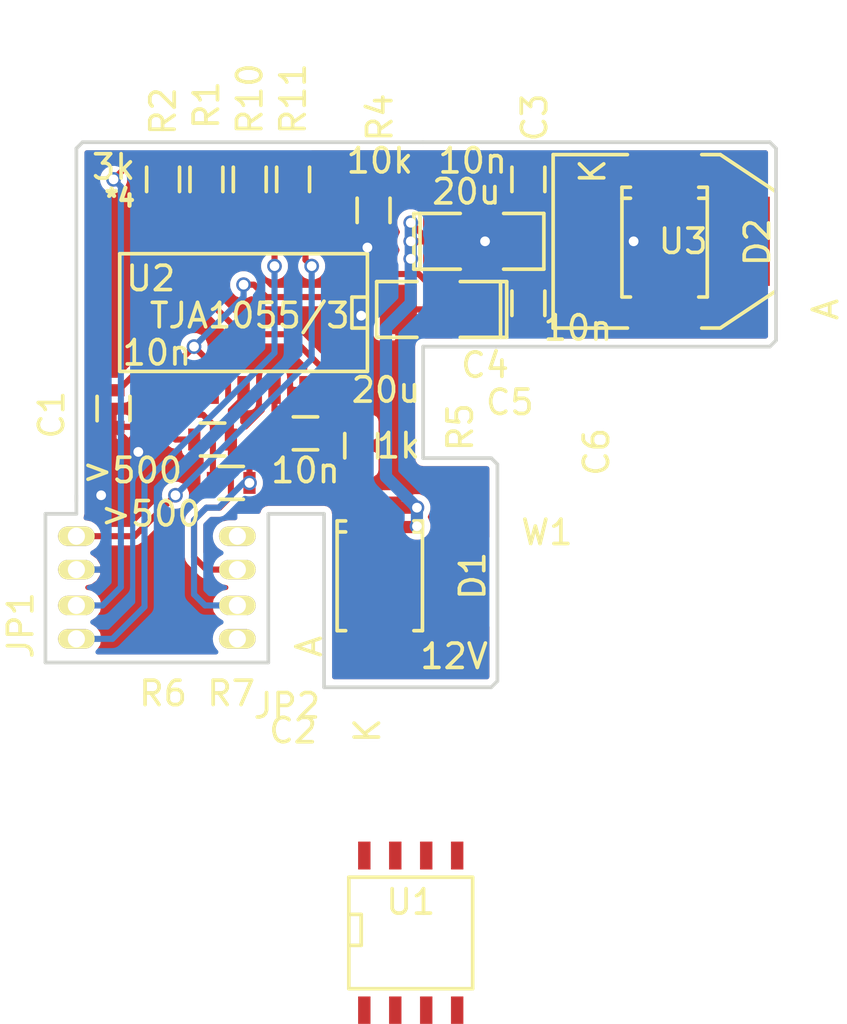
<source format=kicad_pcb>
(kicad_pcb (version 4) (host pcbnew 4.0.2-stable)

  (general
    (links 48)
    (no_connects 10)
    (area 168.072999 62.916999 198.195001 85.419001)
    (thickness 1.6)
    (drawings 36)
    (tracks 169)
    (zones 0)
    (modules 22)
    (nets 19)
  )

  (page A4)
  (layers
    (0 F.Cu signal)
    (31 B.Cu signal)
    (32 B.Adhes user)
    (33 F.Adhes user)
    (34 B.Paste user)
    (35 F.Paste user)
    (36 B.SilkS user hide)
    (37 F.SilkS user)
    (38 B.Mask user hide)
    (39 F.Mask user)
    (40 Dwgs.User user hide)
    (41 Cmts.User user)
    (42 Eco1.User user hide)
    (43 Eco2.User user hide)
    (44 Edge.Cuts user)
    (45 Margin user hide)
    (46 B.CrtYd user hide)
    (47 F.CrtYd user hide)
    (48 B.Fab user hide)
    (49 F.Fab user)
  )

  (setup
    (last_trace_width 0.5)
    (user_trace_width 0.125)
    (user_trace_width 0.25)
    (user_trace_width 0.5)
    (trace_clearance 0.2)
    (zone_clearance 0.254)
    (zone_45_only no)
    (trace_min 0.1)
    (segment_width 0.15)
    (edge_width 0.15)
    (via_size 0.6)
    (via_drill 0.4)
    (via_min_size 0.4)
    (via_min_drill 0.3)
    (user_via 0.5 0.4)
    (user_via 0.6 0.5)
    (user_via 0.7 0.6)
    (uvia_size 0.3)
    (uvia_drill 0.1)
    (uvias_allowed no)
    (uvia_min_size 0.2)
    (uvia_min_drill 0.1)
    (pcb_text_width 0.3)
    (pcb_text_size 1.5 1.5)
    (mod_edge_width 0.15)
    (mod_text_size 1 1)
    (mod_text_width 0.15)
    (pad_size 0.9 0.8)
    (pad_drill 0.7)
    (pad_to_mask_clearance 0.2)
    (aux_axis_origin 0 0)
    (visible_elements 7FFFFFFF)
    (pcbplotparams
      (layerselection 0x00030_80000001)
      (usegerberextensions false)
      (excludeedgelayer true)
      (linewidth 0.100000)
      (plotframeref false)
      (viasonmask false)
      (mode 1)
      (useauxorigin false)
      (hpglpennumber 1)
      (hpglpenspeed 20)
      (hpglpendiameter 15)
      (hpglpenoverlay 2)
      (psnegative false)
      (psa4output false)
      (plotreference true)
      (plotvalue true)
      (plotinvisibletext false)
      (padsonsilk false)
      (subtractmaskfromsilk false)
      (outputformat 1)
      (mirror false)
      (drillshape 1)
      (scaleselection 1)
      (outputdirectory ""))
  )

  (net 0 "")
  (net 1 +12L)
  (net 2 GND)
  (net 3 +5P)
  (net 4 "Net-(C2-Pad2)")
  (net 5 +12P)
  (net 6 "Net-(R1-Pad1)")
  (net 7 +3V3)
  (net 8 "Net-(R2-Pad1)")
  (net 9 /TI)
  (net 10 "Net-(R4-Pad2)")
  (net 11 /CANH)
  (net 12 /RTHI)
  (net 13 /CANL)
  (net 14 /RTLI)
  (net 15 /EI)
  (net 16 /RI)
  (net 17 /5)
  (net 18 /8)

  (net_class Default "This is the default net class."
    (clearance 0.2)
    (trace_width 0.25)
    (via_dia 0.6)
    (via_drill 0.4)
    (uvia_dia 0.3)
    (uvia_drill 0.1)
    (add_net +12L)
    (add_net +12P)
    (add_net +3V3)
    (add_net +5P)
    (add_net /5)
    (add_net /8)
    (add_net /CANH)
    (add_net /CANL)
    (add_net /EI)
    (add_net /RI)
    (add_net /RTHI)
    (add_net /RTLI)
    (add_net /TI)
    (add_net GND)
    (add_net "Net-(C2-Pad2)")
    (add_net "Net-(R1-Pad1)")
    (add_net "Net-(R2-Pad1)")
    (add_net "Net-(R4-Pad2)")
  )

  (net_class 50 ""
    (clearance 0.2)
    (trace_width 0.25)
    (via_dia 0.6)
    (via_drill 0.4)
    (uvia_dia 0.3)
    (uvia_drill 0.1)
  )

  (net_class Power ""
    (clearance 0.5)
    (trace_width 0.5)
    (via_dia 0.7)
    (via_drill 0.6)
    (uvia_dia 0.3)
    (uvia_drill 0.1)
  )

  (module Resistors_SMD:R_0603 (layer F.Cu) (tedit 581DA863) (tstamp 581CF383)
    (at 170.942 73.914 270)
    (descr "Resistor SMD 0603, reflow soldering, Vishay (see dcrcw.pdf)")
    (tags "resistor 0603")
    (path /581D1879)
    (attr smd)
    (fp_text reference C1 (at 0.254 2.54 270) (layer F.SilkS)
      (effects (font (size 1 1) (thickness 0.15)))
    )
    (fp_text value 10n (at -2.286 -1.778 360) (layer F.SilkS)
      (effects (font (size 1 1) (thickness 0.15)))
    )
    (fp_line (start -1.3 -0.8) (end 1.3 -0.8) (layer F.CrtYd) (width 0.05))
    (fp_line (start -1.3 0.8) (end 1.3 0.8) (layer F.CrtYd) (width 0.05))
    (fp_line (start -1.3 -0.8) (end -1.3 0.8) (layer F.CrtYd) (width 0.05))
    (fp_line (start 1.3 -0.8) (end 1.3 0.8) (layer F.CrtYd) (width 0.05))
    (fp_line (start 0.5 0.675) (end -0.5 0.675) (layer F.SilkS) (width 0.15))
    (fp_line (start -0.5 -0.675) (end 0.5 -0.675) (layer F.SilkS) (width 0.15))
    (pad 1 smd rect (at -0.75 0 270) (size 0.5 0.9) (layers F.Cu F.Paste F.Mask)
      (net 3 +5P))
    (pad 2 smd rect (at 0.75 0 270) (size 0.5 0.9) (layers F.Cu F.Paste F.Mask)
      (net 2 GND))
    (model Resistors_SMD.3dshapes/R_0603.wrl
      (at (xyz 0 0 0))
      (scale (xyz 1 1 1))
      (rotate (xyz 0 0 0))
    )
  )

  (module Resistors_SMD:R_0603 (layer F.Cu) (tedit 581DA853) (tstamp 581CF389)
    (at 178.816 74.93)
    (descr "Resistor SMD 0603, reflow soldering, Vishay (see dcrcw.pdf)")
    (tags "resistor 0603")
    (path /581D1531)
    (attr smd)
    (fp_text reference C2 (at -0.508 12.192) (layer F.SilkS)
      (effects (font (size 1 1) (thickness 0.15)))
    )
    (fp_text value 10n (at 0 1.524) (layer F.SilkS)
      (effects (font (size 1 1) (thickness 0.15)))
    )
    (fp_line (start -1.3 -0.8) (end 1.3 -0.8) (layer F.CrtYd) (width 0.05))
    (fp_line (start -1.3 0.8) (end 1.3 0.8) (layer F.CrtYd) (width 0.05))
    (fp_line (start -1.3 -0.8) (end -1.3 0.8) (layer F.CrtYd) (width 0.05))
    (fp_line (start 1.3 -0.8) (end 1.3 0.8) (layer F.CrtYd) (width 0.05))
    (fp_line (start 0.5 0.675) (end -0.5 0.675) (layer F.SilkS) (width 0.15))
    (fp_line (start -0.5 -0.675) (end 0.5 -0.675) (layer F.SilkS) (width 0.15))
    (pad 1 smd rect (at -0.75 0) (size 0.5 0.9) (layers F.Cu F.Paste F.Mask)
      (net 2 GND))
    (pad 2 smd rect (at 0.75 0) (size 0.5 0.9) (layers F.Cu F.Paste F.Mask)
      (net 4 "Net-(C2-Pad2)"))
    (model Resistors_SMD.3dshapes/R_0603.wrl
      (at (xyz 0 0 0))
      (scale (xyz 1 1 1))
      (rotate (xyz 0 0 0))
    )
  )

  (module Resistors_SMD:R_0603 (layer F.Cu) (tedit 581DA83B) (tstamp 581CF38F)
    (at 187.96 64.516 90)
    (descr "Resistor SMD 0603, reflow soldering, Vishay (see dcrcw.pdf)")
    (tags "resistor 0603")
    (path /581D2C96)
    (attr smd)
    (fp_text reference C3 (at 2.54 0.254 90) (layer F.SilkS)
      (effects (font (size 1 1) (thickness 0.15)))
    )
    (fp_text value 10n (at 0.762 -2.286 180) (layer F.SilkS)
      (effects (font (size 1 1) (thickness 0.15)))
    )
    (fp_line (start -1.3 -0.8) (end 1.3 -0.8) (layer F.CrtYd) (width 0.05))
    (fp_line (start -1.3 0.8) (end 1.3 0.8) (layer F.CrtYd) (width 0.05))
    (fp_line (start -1.3 -0.8) (end -1.3 0.8) (layer F.CrtYd) (width 0.05))
    (fp_line (start 1.3 -0.8) (end 1.3 0.8) (layer F.CrtYd) (width 0.05))
    (fp_line (start 0.5 0.675) (end -0.5 0.675) (layer F.SilkS) (width 0.15))
    (fp_line (start -0.5 -0.675) (end 0.5 -0.675) (layer F.SilkS) (width 0.15))
    (pad 1 smd rect (at -0.75 0 90) (size 0.5 0.9) (layers F.Cu F.Paste F.Mask)
      (net 2 GND))
    (pad 2 smd rect (at 0.75 0 90) (size 0.5 0.9) (layers F.Cu F.Paste F.Mask)
      (net 1 +12L))
    (model Resistors_SMD.3dshapes/R_0603.wrl
      (at (xyz 0 0 0))
      (scale (xyz 1 1 1))
      (rotate (xyz 0 0 0))
    )
  )

  (module SMD_Packages:SMD-1206_Pol (layer F.Cu) (tedit 581DA843) (tstamp 581CF395)
    (at 186.055 67.056)
    (path /581D2B59)
    (attr smd)
    (fp_text reference C4 (at 0.127 5.08) (layer F.SilkS)
      (effects (font (size 1 1) (thickness 0.15)))
    )
    (fp_text value 20u (at -0.635 -2.032) (layer F.SilkS)
      (effects (font (size 1 1) (thickness 0.15)))
    )
    (fp_line (start -2.54 -1.143) (end -2.794 -1.143) (layer F.SilkS) (width 0.15))
    (fp_line (start -2.794 -1.143) (end -2.794 1.143) (layer F.SilkS) (width 0.15))
    (fp_line (start -2.794 1.143) (end -2.54 1.143) (layer F.SilkS) (width 0.15))
    (fp_line (start -2.54 -1.143) (end -2.54 1.143) (layer F.SilkS) (width 0.15))
    (fp_line (start -2.54 1.143) (end -0.889 1.143) (layer F.SilkS) (width 0.15))
    (fp_line (start 0.889 -1.143) (end 2.54 -1.143) (layer F.SilkS) (width 0.15))
    (fp_line (start 2.54 -1.143) (end 2.54 1.143) (layer F.SilkS) (width 0.15))
    (fp_line (start 2.54 1.143) (end 0.889 1.143) (layer F.SilkS) (width 0.15))
    (fp_line (start -0.889 -1.143) (end -2.54 -1.143) (layer F.SilkS) (width 0.15))
    (pad 1 smd rect (at -1.651 0) (size 1.524 2.032) (layers F.Cu F.Paste F.Mask)
      (net 1 +12L))
    (pad 2 smd rect (at 1.651 0) (size 1.524 2.032) (layers F.Cu F.Paste F.Mask)
      (net 2 GND))
    (model SMD_Packages.3dshapes/SMD-1206_Pol.wrl
      (at (xyz 0 0 0))
      (scale (xyz 0.17 0.16 0.16))
      (rotate (xyz 0 0 0))
    )
  )

  (module SMD_Packages:SMD-1206_Pol (layer F.Cu) (tedit 581DA847) (tstamp 581CF39B)
    (at 184.277 69.85 180)
    (path /581CEF6D)
    (attr smd)
    (fp_text reference C5 (at -2.921 -3.81 180) (layer F.SilkS)
      (effects (font (size 1 1) (thickness 0.15)))
    )
    (fp_text value 20u (at 2.159 -3.302 180) (layer F.SilkS)
      (effects (font (size 1 1) (thickness 0.15)))
    )
    (fp_line (start -2.54 -1.143) (end -2.794 -1.143) (layer F.SilkS) (width 0.15))
    (fp_line (start -2.794 -1.143) (end -2.794 1.143) (layer F.SilkS) (width 0.15))
    (fp_line (start -2.794 1.143) (end -2.54 1.143) (layer F.SilkS) (width 0.15))
    (fp_line (start -2.54 -1.143) (end -2.54 1.143) (layer F.SilkS) (width 0.15))
    (fp_line (start -2.54 1.143) (end -0.889 1.143) (layer F.SilkS) (width 0.15))
    (fp_line (start 0.889 -1.143) (end 2.54 -1.143) (layer F.SilkS) (width 0.15))
    (fp_line (start 2.54 -1.143) (end 2.54 1.143) (layer F.SilkS) (width 0.15))
    (fp_line (start 2.54 1.143) (end 0.889 1.143) (layer F.SilkS) (width 0.15))
    (fp_line (start -0.889 -1.143) (end -2.54 -1.143) (layer F.SilkS) (width 0.15))
    (pad 1 smd rect (at -1.651 0 180) (size 1.524 2.032) (layers F.Cu F.Paste F.Mask)
      (net 3 +5P))
    (pad 2 smd rect (at 1.651 0 180) (size 1.524 2.032) (layers F.Cu F.Paste F.Mask)
      (net 2 GND))
    (model SMD_Packages.3dshapes/SMD-1206_Pol.wrl
      (at (xyz 0 0 0))
      (scale (xyz 0.17 0.16 0.16))
      (rotate (xyz 0 0 0))
    )
  )

  (module Resistors_SMD:R_0603 (layer F.Cu) (tedit 581DA83F) (tstamp 581CF3A1)
    (at 187.96 69.596 270)
    (descr "Resistor SMD 0603, reflow soldering, Vishay (see dcrcw.pdf)")
    (tags "resistor 0603")
    (path /581D2D08)
    (attr smd)
    (fp_text reference C6 (at 6.096 -2.794 270) (layer F.SilkS)
      (effects (font (size 1 1) (thickness 0.15)))
    )
    (fp_text value 10n (at 1.016 -2.032 360) (layer F.SilkS)
      (effects (font (size 1 1) (thickness 0.15)))
    )
    (fp_line (start -1.3 -0.8) (end 1.3 -0.8) (layer F.CrtYd) (width 0.05))
    (fp_line (start -1.3 0.8) (end 1.3 0.8) (layer F.CrtYd) (width 0.05))
    (fp_line (start -1.3 -0.8) (end -1.3 0.8) (layer F.CrtYd) (width 0.05))
    (fp_line (start 1.3 -0.8) (end 1.3 0.8) (layer F.CrtYd) (width 0.05))
    (fp_line (start 0.5 0.675) (end -0.5 0.675) (layer F.SilkS) (width 0.15))
    (fp_line (start -0.5 -0.675) (end 0.5 -0.675) (layer F.SilkS) (width 0.15))
    (pad 1 smd rect (at -0.75 0 270) (size 0.5 0.9) (layers F.Cu F.Paste F.Mask)
      (net 2 GND))
    (pad 2 smd rect (at 0.75 0 270) (size 0.5 0.9) (layers F.Cu F.Paste F.Mask)
      (net 3 +5P))
    (model Resistors_SMD.3dshapes/R_0603.wrl
      (at (xyz 0 0 0))
      (scale (xyz 1 1 1))
      (rotate (xyz 0 0 0))
    )
  )

  (module Resistors_SMD:R_0603 (layer F.Cu) (tedit 5415CC62) (tstamp 581CF3AD)
    (at 174.752 64.516 90)
    (descr "Resistor SMD 0603, reflow soldering, Vishay (see dcrcw.pdf)")
    (tags "resistor 0603")
    (path /581D1CDA)
    (attr smd)
    (fp_text reference R1 (at 3.048 0 90) (layer F.SilkS)
      (effects (font (size 1 1) (thickness 0.15)))
    )
    (fp_text value 3k (at 5.842 -0.254 90) (layer F.Fab)
      (effects (font (size 1 1) (thickness 0.15)))
    )
    (fp_line (start -1.3 -0.8) (end 1.3 -0.8) (layer F.CrtYd) (width 0.05))
    (fp_line (start -1.3 0.8) (end 1.3 0.8) (layer F.CrtYd) (width 0.05))
    (fp_line (start -1.3 -0.8) (end -1.3 0.8) (layer F.CrtYd) (width 0.05))
    (fp_line (start 1.3 -0.8) (end 1.3 0.8) (layer F.CrtYd) (width 0.05))
    (fp_line (start 0.5 0.675) (end -0.5 0.675) (layer F.SilkS) (width 0.15))
    (fp_line (start -0.5 -0.675) (end 0.5 -0.675) (layer F.SilkS) (width 0.15))
    (pad 1 smd rect (at -0.75 0 90) (size 0.5 0.9) (layers F.Cu F.Paste F.Mask)
      (net 6 "Net-(R1-Pad1)"))
    (pad 2 smd rect (at 0.75 0 90) (size 0.5 0.9) (layers F.Cu F.Paste F.Mask)
      (net 7 +3V3))
    (model Resistors_SMD.3dshapes/R_0603.wrl
      (at (xyz 0 0 0))
      (scale (xyz 1 1 1))
      (rotate (xyz 0 0 0))
    )
  )

  (module Resistors_SMD:R_0603 (layer F.Cu) (tedit 581DA86C) (tstamp 581CF3B3)
    (at 172.974 64.516 90)
    (descr "Resistor SMD 0603, reflow soldering, Vishay (see dcrcw.pdf)")
    (tags "resistor 0603")
    (path /581D1C0D)
    (attr smd)
    (fp_text reference R2 (at 2.794 0 90) (layer F.SilkS)
      (effects (font (size 1 1) (thickness 0.15)))
    )
    (fp_text value 3k (at 0.508 -2.032 180) (layer F.SilkS)
      (effects (font (size 1 1) (thickness 0.15)))
    )
    (fp_line (start -1.3 -0.8) (end 1.3 -0.8) (layer F.CrtYd) (width 0.05))
    (fp_line (start -1.3 0.8) (end 1.3 0.8) (layer F.CrtYd) (width 0.05))
    (fp_line (start -1.3 -0.8) (end -1.3 0.8) (layer F.CrtYd) (width 0.05))
    (fp_line (start 1.3 -0.8) (end 1.3 0.8) (layer F.CrtYd) (width 0.05))
    (fp_line (start 0.5 0.675) (end -0.5 0.675) (layer F.SilkS) (width 0.15))
    (fp_line (start -0.5 -0.675) (end 0.5 -0.675) (layer F.SilkS) (width 0.15))
    (pad 1 smd rect (at -0.75 0 90) (size 0.5 0.9) (layers F.Cu F.Paste F.Mask)
      (net 8 "Net-(R2-Pad1)"))
    (pad 2 smd rect (at 0.75 0 90) (size 0.5 0.9) (layers F.Cu F.Paste F.Mask)
      (net 7 +3V3))
    (model Resistors_SMD.3dshapes/R_0603.wrl
      (at (xyz 0 0 0))
      (scale (xyz 1 1 1))
      (rotate (xyz 0 0 0))
    )
  )

  (module Resistors_SMD:R_0603 (layer F.Cu) (tedit 581DA837) (tstamp 581CF3BF)
    (at 181.61 65.786 90)
    (descr "Resistor SMD 0603, reflow soldering, Vishay (see dcrcw.pdf)")
    (tags "resistor 0603")
    (path /581CF7D9)
    (attr smd)
    (fp_text reference R4 (at 3.81 0.254 90) (layer F.SilkS)
      (effects (font (size 1 1) (thickness 0.15)))
    )
    (fp_text value 10k (at 2.032 0.254 180) (layer F.SilkS)
      (effects (font (size 1 1) (thickness 0.15)))
    )
    (fp_line (start -1.3 -0.8) (end 1.3 -0.8) (layer F.CrtYd) (width 0.05))
    (fp_line (start -1.3 0.8) (end 1.3 0.8) (layer F.CrtYd) (width 0.05))
    (fp_line (start -1.3 -0.8) (end -1.3 0.8) (layer F.CrtYd) (width 0.05))
    (fp_line (start 1.3 -0.8) (end 1.3 0.8) (layer F.CrtYd) (width 0.05))
    (fp_line (start 0.5 0.675) (end -0.5 0.675) (layer F.SilkS) (width 0.15))
    (fp_line (start -0.5 -0.675) (end 0.5 -0.675) (layer F.SilkS) (width 0.15))
    (pad 1 smd rect (at -0.75 0 90) (size 0.5 0.9) (layers F.Cu F.Paste F.Mask)
      (net 2 GND))
    (pad 2 smd rect (at 0.75 0 90) (size 0.5 0.9) (layers F.Cu F.Paste F.Mask)
      (net 10 "Net-(R4-Pad2)"))
    (model Resistors_SMD.3dshapes/R_0603.wrl
      (at (xyz 0 0 0))
      (scale (xyz 1 1 1))
      (rotate (xyz 0 0 0))
    )
  )

  (module Resistors_SMD:R_0603 (layer F.Cu) (tedit 581DA84C) (tstamp 581CF3C5)
    (at 181.102 75.438 90)
    (descr "Resistor SMD 0603, reflow soldering, Vishay (see dcrcw.pdf)")
    (tags "resistor 0603")
    (path /581CEFBC)
    (attr smd)
    (fp_text reference R5 (at 0.762 4.064 90) (layer F.SilkS)
      (effects (font (size 1 1) (thickness 0.15)))
    )
    (fp_text value 1k (at 0 1.524 180) (layer F.SilkS)
      (effects (font (size 1 1) (thickness 0.15)))
    )
    (fp_line (start -1.3 -0.8) (end 1.3 -0.8) (layer F.CrtYd) (width 0.05))
    (fp_line (start -1.3 0.8) (end 1.3 0.8) (layer F.CrtYd) (width 0.05))
    (fp_line (start -1.3 -0.8) (end -1.3 0.8) (layer F.CrtYd) (width 0.05))
    (fp_line (start 1.3 -0.8) (end 1.3 0.8) (layer F.CrtYd) (width 0.05))
    (fp_line (start 0.5 0.675) (end -0.5 0.675) (layer F.SilkS) (width 0.15))
    (fp_line (start -0.5 -0.675) (end 0.5 -0.675) (layer F.SilkS) (width 0.15))
    (pad 1 smd rect (at -0.75 0 90) (size 0.5 0.9) (layers F.Cu F.Paste F.Mask)
      (net 1 +12L))
    (pad 2 smd rect (at 0.75 0 90) (size 0.5 0.9) (layers F.Cu F.Paste F.Mask)
      (net 4 "Net-(C2-Pad2)"))
    (model Resistors_SMD.3dshapes/R_0603.wrl
      (at (xyz 0 0 0))
      (scale (xyz 1 1 1))
      (rotate (xyz 0 0 0))
    )
  )

  (module Resistors_SMD:R_0603 (layer F.Cu) (tedit 581DA858) (tstamp 581CF3CB)
    (at 175.006 75.184 180)
    (descr "Resistor SMD 0603, reflow soldering, Vishay (see dcrcw.pdf)")
    (tags "resistor 0603")
    (path /581CFD84)
    (attr smd)
    (fp_text reference R6 (at 2.032 -10.414 180) (layer F.SilkS)
      (effects (font (size 1 1) (thickness 0.15)))
    )
    (fp_text value >500 (at 3.302 -1.27 180) (layer F.SilkS)
      (effects (font (size 1 1) (thickness 0.15)))
    )
    (fp_line (start -1.3 -0.8) (end 1.3 -0.8) (layer F.CrtYd) (width 0.05))
    (fp_line (start -1.3 0.8) (end 1.3 0.8) (layer F.CrtYd) (width 0.05))
    (fp_line (start -1.3 -0.8) (end -1.3 0.8) (layer F.CrtYd) (width 0.05))
    (fp_line (start 1.3 -0.8) (end 1.3 0.8) (layer F.CrtYd) (width 0.05))
    (fp_line (start 0.5 0.675) (end -0.5 0.675) (layer F.SilkS) (width 0.15))
    (fp_line (start -0.5 -0.675) (end 0.5 -0.675) (layer F.SilkS) (width 0.15))
    (pad 1 smd rect (at -0.75 0 180) (size 0.5 0.9) (layers F.Cu F.Paste F.Mask)
      (net 11 /CANH))
    (pad 2 smd rect (at 0.75 0 180) (size 0.5 0.9) (layers F.Cu F.Paste F.Mask)
      (net 12 /RTHI))
    (model Resistors_SMD.3dshapes/R_0603.wrl
      (at (xyz 0 0 0))
      (scale (xyz 1 1 1))
      (rotate (xyz 0 0 0))
    )
  )

  (module Resistors_SMD:R_0603 (layer F.Cu) (tedit 581DA85C) (tstamp 581CF3D1)
    (at 175.768 76.962 180)
    (descr "Resistor SMD 0603, reflow soldering, Vishay (see dcrcw.pdf)")
    (tags "resistor 0603")
    (path /581CFD10)
    (attr smd)
    (fp_text reference R7 (at 0 -8.636 180) (layer F.SilkS)
      (effects (font (size 1 1) (thickness 0.15)))
    )
    (fp_text value >500 (at 3.302 -1.27 180) (layer F.SilkS)
      (effects (font (size 1 1) (thickness 0.15)))
    )
    (fp_line (start -1.3 -0.8) (end 1.3 -0.8) (layer F.CrtYd) (width 0.05))
    (fp_line (start -1.3 0.8) (end 1.3 0.8) (layer F.CrtYd) (width 0.05))
    (fp_line (start -1.3 -0.8) (end -1.3 0.8) (layer F.CrtYd) (width 0.05))
    (fp_line (start 1.3 -0.8) (end 1.3 0.8) (layer F.CrtYd) (width 0.05))
    (fp_line (start 0.5 0.675) (end -0.5 0.675) (layer F.SilkS) (width 0.15))
    (fp_line (start -0.5 -0.675) (end 0.5 -0.675) (layer F.SilkS) (width 0.15))
    (pad 1 smd rect (at -0.75 0 180) (size 0.5 0.9) (layers F.Cu F.Paste F.Mask)
      (net 13 /CANL))
    (pad 2 smd rect (at 0.75 0 180) (size 0.5 0.9) (layers F.Cu F.Paste F.Mask)
      (net 14 /RTLI))
    (model Resistors_SMD.3dshapes/R_0603.wrl
      (at (xyz 0 0 0))
      (scale (xyz 1 1 1))
      (rotate (xyz 0 0 0))
    )
  )

  (module Resistors_SMD:R_0603 (layer F.Cu) (tedit 5415CC62) (tstamp 581CF3E3)
    (at 176.53 64.516 90)
    (descr "Resistor SMD 0603, reflow soldering, Vishay (see dcrcw.pdf)")
    (tags "resistor 0603")
    (path /581D111E)
    (attr smd)
    (fp_text reference R10 (at 3.302 0 90) (layer F.SilkS)
      (effects (font (size 1 1) (thickness 0.15)))
    )
    (fp_text value 3k (at 6.096 0 90) (layer F.Fab)
      (effects (font (size 1 1) (thickness 0.15)))
    )
    (fp_line (start -1.3 -0.8) (end 1.3 -0.8) (layer F.CrtYd) (width 0.05))
    (fp_line (start -1.3 0.8) (end 1.3 0.8) (layer F.CrtYd) (width 0.05))
    (fp_line (start -1.3 -0.8) (end -1.3 0.8) (layer F.CrtYd) (width 0.05))
    (fp_line (start 1.3 -0.8) (end 1.3 0.8) (layer F.CrtYd) (width 0.05))
    (fp_line (start 0.5 0.675) (end -0.5 0.675) (layer F.SilkS) (width 0.15))
    (fp_line (start -0.5 -0.675) (end 0.5 -0.675) (layer F.SilkS) (width 0.15))
    (pad 1 smd rect (at -0.75 0 90) (size 0.5 0.9) (layers F.Cu F.Paste F.Mask)
      (net 15 /EI))
    (pad 2 smd rect (at 0.75 0 90) (size 0.5 0.9) (layers F.Cu F.Paste F.Mask)
      (net 7 +3V3))
    (model Resistors_SMD.3dshapes/R_0603.wrl
      (at (xyz 0 0 0))
      (scale (xyz 1 1 1))
      (rotate (xyz 0 0 0))
    )
  )

  (module Resistors_SMD:R_0603 (layer F.Cu) (tedit 5415CC62) (tstamp 581CF3E9)
    (at 178.308 64.516 90)
    (descr "Resistor SMD 0603, reflow soldering, Vishay (see dcrcw.pdf)")
    (tags "resistor 0603")
    (path /581D116C)
    (attr smd)
    (fp_text reference R11 (at 3.302 0 90) (layer F.SilkS)
      (effects (font (size 1 1) (thickness 0.15)))
    )
    (fp_text value 3k (at 6.35 0 90) (layer F.Fab)
      (effects (font (size 1 1) (thickness 0.15)))
    )
    (fp_line (start -1.3 -0.8) (end 1.3 -0.8) (layer F.CrtYd) (width 0.05))
    (fp_line (start -1.3 0.8) (end 1.3 0.8) (layer F.CrtYd) (width 0.05))
    (fp_line (start -1.3 -0.8) (end -1.3 0.8) (layer F.CrtYd) (width 0.05))
    (fp_line (start 1.3 -0.8) (end 1.3 0.8) (layer F.CrtYd) (width 0.05))
    (fp_line (start 0.5 0.675) (end -0.5 0.675) (layer F.SilkS) (width 0.15))
    (fp_line (start -0.5 -0.675) (end 0.5 -0.675) (layer F.SilkS) (width 0.15))
    (pad 1 smd rect (at -0.75 0 90) (size 0.5 0.9) (layers F.Cu F.Paste F.Mask)
      (net 16 /RI))
    (pad 2 smd rect (at 0.75 0 90) (size 0.5 0.9) (layers F.Cu F.Paste F.Mask)
      (net 7 +3V3))
    (model Resistors_SMD.3dshapes/R_0603.wrl
      (at (xyz 0 0 0))
      (scale (xyz 1 1 1))
      (rotate (xyz 0 0 0))
    )
  )

  (module SMD_Packages:SOIC-14_N (layer F.Cu) (tedit 581DA868) (tstamp 581CF407)
    (at 176.276 70.104 180)
    (descr "Module CMS SOJ 14 pins Large")
    (tags "CMS SOJ")
    (path /581CFC5F)
    (attr smd)
    (fp_text reference U2 (at 3.81 1.524 180) (layer F.SilkS)
      (effects (font (size 1 1) (thickness 0.15)))
    )
    (fp_text value TJA1055/3 (at -0.254 0 180) (layer F.SilkS)
      (effects (font (size 1 1) (thickness 0.15)))
    )
    (fp_line (start 5.08 -2.286) (end 5.08 2.54) (layer F.SilkS) (width 0.15))
    (fp_line (start 5.08 2.54) (end -5.08 2.54) (layer F.SilkS) (width 0.15))
    (fp_line (start -5.08 2.54) (end -5.08 -2.286) (layer F.SilkS) (width 0.15))
    (fp_line (start -5.08 -2.286) (end 5.08 -2.286) (layer F.SilkS) (width 0.15))
    (fp_line (start -5.08 -0.508) (end -4.445 -0.508) (layer F.SilkS) (width 0.15))
    (fp_line (start -4.445 -0.508) (end -4.445 0.762) (layer F.SilkS) (width 0.15))
    (fp_line (start -4.445 0.762) (end -5.08 0.762) (layer F.SilkS) (width 0.15))
    (pad 1 smd rect (at -3.81 3.302 180) (size 0.508 1.143) (layers F.Cu F.Paste F.Mask)
      (net 10 "Net-(R4-Pad2)"))
    (pad 2 smd rect (at -2.54 3.302 180) (size 0.508 1.143) (layers F.Cu F.Paste F.Mask)
      (net 9 /TI))
    (pad 3 smd rect (at -1.27 3.302 180) (size 0.508 1.143) (layers F.Cu F.Paste F.Mask)
      (net 16 /RI))
    (pad 4 smd rect (at 0 3.302 180) (size 0.508 1.143) (layers F.Cu F.Paste F.Mask)
      (net 15 /EI))
    (pad 5 smd rect (at 1.27 3.302 180) (size 0.508 1.143) (layers F.Cu F.Paste F.Mask)
      (net 6 "Net-(R1-Pad1)"))
    (pad 6 smd rect (at 2.54 3.302 180) (size 0.508 1.143) (layers F.Cu F.Paste F.Mask)
      (net 8 "Net-(R2-Pad1)"))
    (pad 7 smd rect (at 3.81 3.302 180) (size 0.508 1.143) (layers F.Cu F.Paste F.Mask)
      (net 4 "Net-(C2-Pad2)"))
    (pad 8 smd rect (at 3.81 -3.048 180) (size 0.508 1.143) (layers F.Cu F.Paste F.Mask)
      (net 12 /RTHI))
    (pad 9 smd rect (at 2.54 -3.048 180) (size 0.508 1.143) (layers F.Cu F.Paste F.Mask)
      (net 14 /RTLI))
    (pad 11 smd rect (at 0 -3.048 180) (size 0.508 1.143) (layers F.Cu F.Paste F.Mask)
      (net 11 /CANH))
    (pad 12 smd rect (at -1.27 -3.048 180) (size 0.508 1.143) (layers F.Cu F.Paste F.Mask)
      (net 13 /CANL))
    (pad 13 smd rect (at -2.54 -3.048 180) (size 0.508 1.143) (layers F.Cu F.Paste F.Mask)
      (net 2 GND))
    (pad 14 smd rect (at -3.81 -3.048 180) (size 0.508 1.143) (layers F.Cu F.Paste F.Mask)
      (net 4 "Net-(C2-Pad2)"))
    (pad 10 smd rect (at 1.27 -3.048 180) (size 0.508 1.143) (layers F.Cu F.Paste F.Mask)
      (net 3 +5P))
    (model SMD_Packages.3dshapes/SOIC-14_N.wrl
      (at (xyz 0 0 0))
      (scale (xyz 0.5 0.4 0.5))
      (rotate (xyz 0 0 0))
    )
  )

  (module Diodes_SMD:SMA_Standard (layer F.Cu) (tedit 552FF239) (tstamp 581CF54F)
    (at 181.864 80.772 270)
    (descr "Diode SMA")
    (tags "Diode SMA")
    (path /581D19E9)
    (attr smd)
    (fp_text reference D1 (at 0 -3.81 270) (layer F.SilkS)
      (effects (font (size 1 1) (thickness 0.15)))
    )
    (fp_text value D (at 5.334 0.508 270) (layer F.Fab)
      (effects (font (size 1 1) (thickness 0.15)))
    )
    (fp_line (start -3.5 -2) (end 3.5 -2) (layer F.CrtYd) (width 0.05))
    (fp_line (start 3.5 -2) (end 3.5 2) (layer F.CrtYd) (width 0.05))
    (fp_line (start 3.5 2) (end -3.5 2) (layer F.CrtYd) (width 0.05))
    (fp_line (start -3.5 2) (end -3.5 -2) (layer F.CrtYd) (width 0.05))
    (fp_text user K (at 6.35 0.508 270) (layer F.SilkS)
      (effects (font (size 1 1) (thickness 0.15)))
    )
    (fp_text user A (at 2.9 2.9 270) (layer F.SilkS)
      (effects (font (size 1 1) (thickness 0.15)))
    )
    (fp_circle (center 0 0) (end 0.20066 -0.0508) (layer F.Adhes) (width 0.381))
    (fp_line (start -1.79914 1.75006) (end -1.79914 1.39954) (layer F.SilkS) (width 0.15))
    (fp_line (start -1.79914 -1.75006) (end -1.79914 -1.39954) (layer F.SilkS) (width 0.15))
    (fp_line (start 2.25044 1.75006) (end 2.25044 1.39954) (layer F.SilkS) (width 0.15))
    (fp_line (start -2.25044 1.75006) (end -2.25044 1.39954) (layer F.SilkS) (width 0.15))
    (fp_line (start -2.25044 -1.75006) (end -2.25044 -1.39954) (layer F.SilkS) (width 0.15))
    (fp_line (start 2.25044 -1.75006) (end 2.25044 -1.39954) (layer F.SilkS) (width 0.15))
    (fp_line (start -2.25044 1.75006) (end 2.25044 1.75006) (layer F.SilkS) (width 0.15))
    (fp_line (start -2.25044 -1.75006) (end 2.25044 -1.75006) (layer F.SilkS) (width 0.15))
    (pad 1 smd rect (at -1.99898 0 270) (size 2.49936 1.80086) (layers F.Cu F.Paste F.Mask)
      (net 1 +12L))
    (pad 2 smd rect (at 1.99898 0 270) (size 2.49936 1.80086) (layers F.Cu F.Paste F.Mask)
      (net 5 +12P))
    (model Diodes_SMD.3dshapes/SMA_Standard.wrl
      (at (xyz 0 0 0))
      (scale (xyz 0.3937 0.3937 0.3937))
      (rotate (xyz 0 0 180))
    )
  )

  (module TO_SOT_Packages_SMD:SOT-223 (layer F.Cu) (tedit 0) (tstamp 581CF55B)
    (at 193.548 67.056 270)
    (descr "module CMS SOT223 4 pins")
    (tags "CMS SOT")
    (path /581CDD50)
    (attr smd)
    (fp_text reference U3 (at 0 -0.762 360) (layer F.SilkS)
      (effects (font (size 1 1) (thickness 0.15)))
    )
    (fp_text value V_REG_MIC2920 (at 5.334 -1.524 360) (layer F.Fab)
      (effects (font (size 1 1) (thickness 0.15)))
    )
    (fp_line (start -3.556 1.524) (end -3.556 4.572) (layer F.SilkS) (width 0.15))
    (fp_line (start -3.556 4.572) (end 3.556 4.572) (layer F.SilkS) (width 0.15))
    (fp_line (start 3.556 4.572) (end 3.556 1.524) (layer F.SilkS) (width 0.15))
    (fp_line (start -3.556 -1.524) (end -3.556 -2.286) (layer F.SilkS) (width 0.15))
    (fp_line (start -3.556 -2.286) (end -2.032 -4.572) (layer F.SilkS) (width 0.15))
    (fp_line (start -2.032 -4.572) (end 2.032 -4.572) (layer F.SilkS) (width 0.15))
    (fp_line (start 2.032 -4.572) (end 3.556 -2.286) (layer F.SilkS) (width 0.15))
    (fp_line (start 3.556 -2.286) (end 3.556 -1.524) (layer F.SilkS) (width 0.15))
    (pad 4 smd rect (at 0 -3.302 270) (size 3.6576 2.032) (layers F.Cu F.Paste F.Mask))
    (pad 2 smd rect (at 0 3.302 270) (size 1.016 2.032) (layers F.Cu F.Paste F.Mask)
      (net 2 GND))
    (pad 3 smd rect (at 2.286 3.302 270) (size 1.016 2.032) (layers F.Cu F.Paste F.Mask)
      (net 3 +5P))
    (pad 1 smd rect (at -2.286 3.302 270) (size 1.016 2.032) (layers F.Cu F.Paste F.Mask)
      (net 1 +12L))
    (model TO_SOT_Packages_SMD.3dshapes/SOT-223.wrl
      (at (xyz 0 0 0))
      (scale (xyz 0.4 0.4 0.4))
      (rotate (xyz 0 0 0))
    )
  )

  (module Wire_Pads:SolderWirePad_single_SMD_5x10mm (layer F.Cu) (tedit 581DA850) (tstamp 581CFC66)
    (at 185.166 81.026)
    (descr "Wire Pad, Square, SMD Pad,  5mm x 10mm,")
    (tags "MesurementPoint Square SMDPad 5mmx10mm ")
    (path /581D88C3)
    (attr smd)
    (fp_text reference W1 (at 3.556 -2.032) (layer F.SilkS)
      (effects (font (size 1 1) (thickness 0.15)))
    )
    (fp_text value 12V (at -0.254 3.048) (layer F.SilkS)
      (effects (font (size 1 1) (thickness 0.15)))
    )
    (fp_line (start 2.75 -5.25) (end -2.75 -5.25) (layer F.CrtYd) (width 0.05))
    (fp_line (start 2.75 5.25) (end 2.75 -5.25) (layer F.CrtYd) (width 0.05))
    (fp_line (start -2.75 5.25) (end 2.75 5.25) (layer F.CrtYd) (width 0.05))
    (fp_line (start -2.75 -5.25) (end -2.75 5.25) (layer F.CrtYd) (width 0.05))
    (pad 1 smd rect (at 0 0) (size 2 3) (layers F.Cu F.Paste F.Mask)
      (net 5 +12P))
  )

  (module usb:so8_4pins (layer F.Cu) (tedit 581D0FD1) (tstamp 581D10B4)
    (at 175.98644 81.253 90)
    (descr Pentawatt_Neutral_Straight_Vertical_TO220-5-T05A)
    (tags Pentawatt_Neutral_Straight_Vertical_TO220-5-T05A)
    (path /581DA4FC)
    (fp_text reference JP2 (at -4.853 2.06756 180) (layer F.SilkS)
      (effects (font (size 1 1) (thickness 0.15)))
    )
    (fp_text value 4-PIN (at 0.227 2.57556 90) (layer F.Fab)
      (effects (font (size 1 1) (thickness 0.15)))
    )
    (pad 3 thru_hole oval (at 0.735 0.03556 180) (size 1.5 0.8) (drill 0.7) (layers *.Cu *.Mask F.SilkS)
      (net 11 /CANH))
    (pad 1 thru_hole oval (at -2.105 0.03556 180) (size 1.5 0.8) (drill 0.7) (layers *.Cu *.Mask F.SilkS)
      (net 17 /5))
    (pad 4 thru_hole oval (at 2.105 0.03556 180) (size 1.5 0.8) (drill 0.7) (layers *.Cu *.Mask F.SilkS)
      (net 18 /8))
    (pad 2 thru_hole oval (at -0.735 0.03556 180) (size 1.5 0.8) (drill 0.7) (layers *.Cu *.Mask F.SilkS)
      (net 13 /CANL))
    (model TO_SOT_Packages_THT.3dshapes/Pentawatt_Neutral_Straight_Vertical_TO220-5-T05A.wrl
      (at (xyz 0 0 0))
      (scale (xyz 0.3937 0.3937 0.3937))
      (rotate (xyz 0 0 0))
    )
  )

  (module usb:so8_4pins (layer F.Cu) (tedit 581D0FD1) (tstamp 581D07C3)
    (at 169.45356 81.253 270)
    (descr Pentawatt_Neutral_Straight_Vertical_TO220-5-T05A)
    (tags Pentawatt_Neutral_Straight_Vertical_TO220-5-T05A)
    (path /581DA443)
    (fp_text reference JP1 (at 1.551 2.32156 270) (layer F.SilkS)
      (effects (font (size 1 1) (thickness 0.15)))
    )
    (fp_text value 4-PIN (at -2.767 2.32156 270) (layer F.Fab)
      (effects (font (size 1 1) (thickness 0.15)))
    )
    (pad 3 thru_hole oval (at 0.735 0.03556) (size 1.5 0.8) (drill 0.7) (layers *.Cu *.Mask F.SilkS)
      (net 7 +3V3))
    (pad 1 thru_hole oval (at -2.105 0.03556) (size 1.5 0.8) (drill 0.7) (layers *.Cu *.Mask F.SilkS)
      (net 9 /TI))
    (pad 4 thru_hole oval (at 2.105 0.03556) (size 1.5 0.8) (drill 0.7) (layers *.Cu *.Mask F.SilkS)
      (net 16 /RI))
    (pad 2 thru_hole oval (at -0.735 0.03556) (size 1.5 0.8) (drill 0.7) (layers *.Cu *.Mask F.SilkS)
      (net 2 GND))
    (model TO_SOT_Packages_THT.3dshapes/Pentawatt_Neutral_Straight_Vertical_TO220-5-T05A.wrl
      (at (xyz 0 0 0))
      (scale (xyz 0.3937 0.3937 0.3937))
      (rotate (xyz 0 0 0))
    )
  )

  (module Diodes_SMD:SMA_Standard (layer F.Cu) (tedit 552FF239) (tstamp 581DAE49)
    (at 193.548 67.08902 270)
    (descr "Diode SMA")
    (tags "Diode SMA")
    (path /581DB538)
    (attr smd)
    (fp_text reference D2 (at 0 -3.81 270) (layer F.SilkS)
      (effects (font (size 1 1) (thickness 0.15)))
    )
    (fp_text value D (at -5.11302 -0.254 270) (layer F.Fab)
      (effects (font (size 1 1) (thickness 0.15)))
    )
    (fp_line (start -3.5 -2) (end 3.5 -2) (layer F.CrtYd) (width 0.05))
    (fp_line (start 3.5 -2) (end 3.5 2) (layer F.CrtYd) (width 0.05))
    (fp_line (start 3.5 2) (end -3.5 2) (layer F.CrtYd) (width 0.05))
    (fp_line (start -3.5 2) (end -3.5 -2) (layer F.CrtYd) (width 0.05))
    (fp_text user K (at -2.9 2.95 270) (layer F.SilkS)
      (effects (font (size 1 1) (thickness 0.15)))
    )
    (fp_text user A (at 2.76098 -6.604 270) (layer F.SilkS)
      (effects (font (size 1 1) (thickness 0.15)))
    )
    (fp_circle (center 0 0) (end 0.20066 -0.0508) (layer F.Adhes) (width 0.381))
    (fp_line (start -1.79914 1.75006) (end -1.79914 1.39954) (layer F.SilkS) (width 0.15))
    (fp_line (start -1.79914 -1.75006) (end -1.79914 -1.39954) (layer F.SilkS) (width 0.15))
    (fp_line (start 2.25044 1.75006) (end 2.25044 1.39954) (layer F.SilkS) (width 0.15))
    (fp_line (start -2.25044 1.75006) (end -2.25044 1.39954) (layer F.SilkS) (width 0.15))
    (fp_line (start -2.25044 -1.75006) (end -2.25044 -1.39954) (layer F.SilkS) (width 0.15))
    (fp_line (start 2.25044 -1.75006) (end 2.25044 -1.39954) (layer F.SilkS) (width 0.15))
    (fp_line (start -2.25044 1.75006) (end 2.25044 1.75006) (layer F.SilkS) (width 0.15))
    (fp_line (start -2.25044 -1.75006) (end 2.25044 -1.75006) (layer F.SilkS) (width 0.15))
    (pad 1 smd rect (at -1.99898 0 270) (size 2.49936 1.80086) (layers F.Cu F.Paste F.Mask)
      (net 1 +12L))
    (pad 2 smd rect (at 1.99898 0 270) (size 2.49936 1.80086) (layers F.Cu F.Paste F.Mask)
      (net 3 +5P))
    (model Diodes_SMD.3dshapes/SMA_Standard.wrl
      (at (xyz 0 0 0))
      (scale (xyz 0.3937 0.3937 0.3937))
      (rotate (xyz 0 0 180))
    )
  )

  (module SMD_Packages:SOIC-8-N (layer F.Cu) (tedit 0) (tstamp 581DAE5C)
    (at 183.134 95.419001)
    (descr "Module Narrow CMS SOJ 8 pins large")
    (tags "CMS SOJ")
    (path /581CCB81)
    (attr smd)
    (fp_text reference U1 (at 0 -1.27) (layer F.SilkS)
      (effects (font (size 1 1) (thickness 0.15)))
    )
    (fp_text value MCP2551-I/SN (at 0 1.27) (layer F.Fab)
      (effects (font (size 1 1) (thickness 0.15)))
    )
    (fp_line (start -2.54 -2.286) (end 2.54 -2.286) (layer F.SilkS) (width 0.15))
    (fp_line (start 2.54 -2.286) (end 2.54 2.286) (layer F.SilkS) (width 0.15))
    (fp_line (start 2.54 2.286) (end -2.54 2.286) (layer F.SilkS) (width 0.15))
    (fp_line (start -2.54 2.286) (end -2.54 -2.286) (layer F.SilkS) (width 0.15))
    (fp_line (start -2.54 -0.762) (end -2.032 -0.762) (layer F.SilkS) (width 0.15))
    (fp_line (start -2.032 -0.762) (end -2.032 0.508) (layer F.SilkS) (width 0.15))
    (fp_line (start -2.032 0.508) (end -2.54 0.508) (layer F.SilkS) (width 0.15))
    (pad 8 smd rect (at -1.905 -3.175) (size 0.508 1.143) (layers F.Cu F.Paste F.Mask)
      (net 18 /8))
    (pad 7 smd rect (at -0.635 -3.175) (size 0.508 1.143) (layers F.Cu F.Paste F.Mask)
      (net 11 /CANH))
    (pad 6 smd rect (at 0.635 -3.175) (size 0.508 1.143) (layers F.Cu F.Paste F.Mask)
      (net 13 /CANL))
    (pad 5 smd rect (at 1.905 -3.175) (size 0.508 1.143) (layers F.Cu F.Paste F.Mask)
      (net 17 /5))
    (pad 4 smd rect (at 1.905 3.175) (size 0.508 1.143) (layers F.Cu F.Paste F.Mask)
      (net 16 /RI))
    (pad 3 smd rect (at 0.635 3.175) (size 0.508 1.143) (layers F.Cu F.Paste F.Mask)
      (net 7 +3V3))
    (pad 2 smd rect (at -0.635 3.175) (size 0.508 1.143) (layers F.Cu F.Paste F.Mask)
      (net 2 GND))
    (pad 1 smd rect (at -1.905 3.175) (size 0.508 1.143) (layers F.Cu F.Paste F.Mask)
      (net 9 /TI))
    (model SMD_Packages.3dshapes/SOIC-8-N.wrl
      (at (xyz 0 0 0))
      (scale (xyz 0.5 0.38 0.5))
      (rotate (xyz 0 0 0))
    )
  )

  (gr_text *4 (at 171.196 65.278) (layer F.SilkS)
    (effects (font (size 0.7 0.7) (thickness 0.175)))
  )
  (gr_line (start 186.69 85.09) (end 186.436 85.344) (layer Edge.Cuts) (width 0.15) (tstamp 581D1350))
  (gr_line (start 198.12 71.12) (end 198.12 63.246) (layer Edge.Cuts) (width 0.15) (tstamp 581D131F))
  (gr_line (start 197.866 62.992) (end 183.642 62.992) (layer Edge.Cuts) (width 0.15) (tstamp 581D1309))
  (gr_line (start 186.436 75.946) (end 183.642 75.946) (layer Edge.Cuts) (width 0.15) (tstamp 581D12DD))
  (gr_line (start 169.418 63.246) (end 169.418 77.724) (layer Edge.Cuts) (width 0.15) (tstamp 581D1273))
  (gr_line (start 169.418 78.232) (end 169.418 77.47) (layer Edge.Cuts) (width 0.15))
  (gr_line (start 168.148 78.232) (end 169.418 78.232) (layer Edge.Cuts) (width 0.15))
  (gr_line (start 168.148 84.328) (end 168.148 78.232) (layer Edge.Cuts) (width 0.15))
  (gr_line (start 177.292 84.328) (end 168.148 84.328) (layer Edge.Cuts) (width 0.15))
  (gr_line (start 177.292 78.232) (end 177.292 84.328) (layer Edge.Cuts) (width 0.15))
  (gr_line (start 179.578 78.232) (end 177.292 78.232) (layer Edge.Cuts) (width 0.15))
  (gr_line (start 179.578 85.344) (end 179.578 78.232) (layer Edge.Cuts) (width 0.15))
  (gr_line (start 178.816 78.232) (end 178.816 85.344) (layer Dwgs.User) (width 0.15))
  (gr_line (start 176.022 78.232) (end 178.816 78.232) (layer Dwgs.User) (width 0.15))
  (gr_line (start 176.022 84.836) (end 176.022 78.232) (layer Dwgs.User) (width 0.15))
  (gr_line (start 169.418 84.836) (end 176.022 84.836) (layer Dwgs.User) (width 0.15))
  (gr_line (start 169.418 77.47) (end 169.418 84.836) (layer Dwgs.User) (width 0.15))
  (gr_line (start 169.418 62.992) (end 169.418 77.47) (layer Dwgs.User) (width 0.15))
  (gr_line (start 198.12 62.992) (end 169.418 62.992) (layer Dwgs.User) (width 0.15))
  (gr_line (start 198.12 71.374) (end 198.12 62.992) (layer Dwgs.User) (width 0.15))
  (gr_line (start 183.642 71.374) (end 198.12 71.374) (layer Dwgs.User) (width 0.15))
  (gr_line (start 183.642 75.946) (end 183.642 71.374) (layer Dwgs.User) (width 0.15))
  (gr_line (start 186.69 75.946) (end 183.642 75.946) (layer Dwgs.User) (width 0.15))
  (gr_line (start 186.69 85.344) (end 186.69 75.946) (layer Dwgs.User) (width 0.15))
  (gr_line (start 176.784 85.344) (end 186.69 85.344) (layer Dwgs.User) (width 0.15))
  (gr_line (start 176.784 83.82) (end 176.784 85.344) (layer Dwgs.User) (width 0.15))
  (gr_line (start 183.642 71.374) (end 183.642 75.946) (layer Edge.Cuts) (width 0.15))
  (gr_line (start 198.12 63.246) (end 197.866 62.992) (layer Edge.Cuts) (width 0.15))
  (gr_line (start 198.12 71.12) (end 197.866 71.374) (layer Edge.Cuts) (width 0.15))
  (gr_line (start 183.642 71.374) (end 197.866 71.374) (layer Edge.Cuts) (width 0.15))
  (gr_line (start 186.436 75.946) (end 186.69 76.2) (layer Edge.Cuts) (width 0.15))
  (gr_line (start 186.69 85.09) (end 186.69 76.2) (layer Edge.Cuts) (width 0.15))
  (gr_line (start 179.578 85.344) (end 186.436 85.344) (layer Edge.Cuts) (width 0.15))
  (gr_line (start 169.418 63.246) (end 169.672 62.992) (layer Edge.Cuts) (width 0.15))
  (gr_line (start 183.642 62.992) (end 169.672 62.992) (layer Edge.Cuts) (width 0.15))

  (segment (start 190.246 64.77) (end 193.22796 64.77) (width 0.5) (layer F.Cu) (net 1))
  (segment (start 193.22796 64.77) (end 193.548 65.09004) (width 0.5) (layer F.Cu) (net 1))
  (segment (start 183.134 67.771981) (end 183.134 69.596) (width 0.5) (layer B.Cu) (net 1))
  (segment (start 183.134 69.596) (end 182.118 70.612) (width 0.5) (layer B.Cu) (net 1))
  (segment (start 182.118 70.612) (end 182.118 76.708) (width 0.5) (layer B.Cu) (net 1))
  (segment (start 182.118 76.708) (end 183.388 77.978) (width 0.5) (layer B.Cu) (net 1))
  (segment (start 183.134 67.056) (end 183.134 67.771981) (width 0.5) (layer B.Cu) (net 1))
  (segment (start 183.134 66.294) (end 183.134 67.056) (width 0.5) (layer B.Cu) (net 1))
  (segment (start 183.388 78.74) (end 183.388 77.978) (width 0.5) (layer B.Cu) (net 1))
  (segment (start 183.134 67.347717) (end 183.134 67.771981) (width 0.25) (layer F.Cu) (net 1))
  (segment (start 183.134 67.314) (end 183.134 67.347717) (width 0.25) (layer F.Cu) (net 1))
  (segment (start 183.392 67.056) (end 183.134 67.314) (width 0.25) (layer F.Cu) (net 1))
  (segment (start 184.404 67.056) (end 183.392 67.056) (width 0.25) (layer F.Cu) (net 1))
  (via (at 183.134 67.771981) (size 0.6) (drill 0.4) (layers F.Cu B.Cu) (net 1))
  (segment (start 181.864 78.77302) (end 183.35498 78.77302) (width 0.5) (layer F.Cu) (net 1))
  (segment (start 183.35498 78.77302) (end 183.388 78.74) (width 0.5) (layer F.Cu) (net 1))
  (via (at 183.388 78.74) (size 0.6) (drill 0.4) (layers F.Cu B.Cu) (net 1))
  (segment (start 183.388 77.978) (end 182.65902 77.978) (width 0.5) (layer F.Cu) (net 1))
  (segment (start 182.65902 77.978) (end 181.864 78.77302) (width 0.5) (layer F.Cu) (net 1))
  (via (at 183.388 77.978) (size 0.6) (drill 0.4) (layers F.Cu B.Cu) (net 1))
  (segment (start 184.404 67.056) (end 183.134 67.056) (width 0.25) (layer F.Cu) (net 1))
  (via (at 183.134 67.056) (size 0.6) (drill 0.4) (layers F.Cu B.Cu) (net 1))
  (segment (start 184.404 67.056) (end 183.896 67.056) (width 0.25) (layer F.Cu) (net 1))
  (segment (start 183.896 67.056) (end 183.134 66.294) (width 0.25) (layer F.Cu) (net 1))
  (via (at 183.134 66.294) (size 0.6) (drill 0.4) (layers F.Cu B.Cu) (net 1))
  (segment (start 181.302 76.188) (end 181.102 76.188) (width 0.5) (layer F.Cu) (net 1))
  (segment (start 186.17 63.766) (end 184.404 65.532) (width 0.5) (layer F.Cu) (net 1))
  (segment (start 184.404 65.532) (end 184.404 67.056) (width 0.5) (layer F.Cu) (net 1))
  (segment (start 187.96 63.766) (end 186.17 63.766) (width 0.5) (layer F.Cu) (net 1))
  (segment (start 187.96 63.766) (end 189.242 63.766) (width 0.5) (layer F.Cu) (net 1))
  (segment (start 189.242 63.766) (end 190.246 64.77) (width 0.5) (layer F.Cu) (net 1))
  (segment (start 181.102 76.188) (end 181.102 78.01102) (width 0.5) (layer F.Cu) (net 1))
  (segment (start 181.102 78.01102) (end 181.864 78.77302) (width 0.5) (layer F.Cu) (net 1))
  (segment (start 170.688 80.264) (end 170.688 77.724) (width 0.25) (layer B.Cu) (net 2))
  (segment (start 170.688 77.724) (end 170.434 77.47) (width 0.25) (layer B.Cu) (net 2))
  (via (at 170.434 77.47) (size 0.6) (drill 0.4) (layers F.Cu B.Cu) (net 2))
  (segment (start 170.434 80.518) (end 170.688 80.264) (width 0.25) (layer B.Cu) (net 2))
  (segment (start 170.118 80.518) (end 170.434 80.518) (width 0.25) (layer B.Cu) (net 2))
  (segment (start 169.418 80.518) (end 169.768 80.518) (width 0.25) (layer B.Cu) (net 2))
  (segment (start 169.768 80.518) (end 170.118 80.518) (width 0.25) (layer B.Cu) (net 2))
  (segment (start 170.942 74.664) (end 170.942 74.676) (width 0.25) (layer F.Cu) (net 2))
  (segment (start 170.942 74.676) (end 171.958 75.692) (width 0.25) (layer F.Cu) (net 2))
  (via (at 171.958 75.692) (size 0.6) (drill 0.4) (layers F.Cu B.Cu) (net 2))
  (segment (start 190.246 67.056) (end 192.278 67.056) (width 0.25) (layer F.Cu) (net 2))
  (via (at 192.278 67.056) (size 0.6) (drill 0.4) (layers F.Cu B.Cu) (net 2))
  (segment (start 187.706 67.056) (end 186.182 67.056) (width 0.25) (layer F.Cu) (net 2))
  (via (at 186.182 67.056) (size 0.6) (drill 0.4) (layers F.Cu B.Cu) (net 2))
  (segment (start 181.61 66.536) (end 181.61 67.056) (width 0.25) (layer F.Cu) (net 2))
  (segment (start 181.61 67.056) (end 181.356 67.31) (width 0.25) (layer F.Cu) (net 2))
  (via (at 181.356 67.31) (size 0.6) (drill 0.4) (layers F.Cu B.Cu) (net 2))
  (segment (start 182.626 69.85) (end 181.356 69.85) (width 0.25) (layer F.Cu) (net 2))
  (segment (start 181.356 69.85) (end 181.102 70.104) (width 0.25) (layer F.Cu) (net 2))
  (via (at 181.102 70.104) (size 0.6) (drill 0.4) (layers F.Cu B.Cu) (net 2))
  (segment (start 178.816 73.152) (end 178.816 74.18) (width 0.25) (layer F.Cu) (net 2))
  (segment (start 178.816 74.18) (end 178.066 74.93) (width 0.25) (layer F.Cu) (net 2))
  (segment (start 187.96 65.266) (end 187.96 66.802) (width 0.25) (layer F.Cu) (net 2))
  (segment (start 187.96 66.802) (end 187.706 67.056) (width 0.25) (layer F.Cu) (net 2))
  (segment (start 187.96 68.846) (end 187.96 67.31) (width 0.25) (layer F.Cu) (net 2))
  (segment (start 187.96 67.31) (end 187.706 67.056) (width 0.25) (layer F.Cu) (net 2))
  (segment (start 190.246 67.056) (end 187.706 67.056) (width 0.25) (layer F.Cu) (net 2))
  (segment (start 190.246 69.342) (end 193.294 69.342) (width 0.5) (layer F.Cu) (net 3))
  (segment (start 193.294 69.342) (end 193.548 69.088) (width 0.5) (layer F.Cu) (net 3))
  (segment (start 174.244 71.374) (end 175.006 72.136) (width 0.25) (layer F.Cu) (net 3))
  (segment (start 175.006 72.136) (end 175.006 73.152) (width 0.25) (layer F.Cu) (net 3))
  (segment (start 174.244 71.374) (end 173.736 71.882) (width 0.25) (layer F.Cu) (net 3))
  (segment (start 173.736 71.882) (end 172.424 71.882) (width 0.25) (layer F.Cu) (net 3))
  (segment (start 172.424 71.882) (end 171.142 73.164) (width 0.25) (layer F.Cu) (net 3))
  (segment (start 171.142 73.164) (end 170.942 73.164) (width 0.25) (layer F.Cu) (net 3))
  (segment (start 185.928 69.85) (end 184.916 69.85) (width 0.25) (layer F.Cu) (net 3))
  (segment (start 184.916 69.85) (end 183.463001 68.397001) (width 0.25) (layer F.Cu) (net 3))
  (segment (start 183.463001 68.397001) (end 180.776999 68.397001) (width 0.25) (layer F.Cu) (net 3))
  (segment (start 180.776999 68.397001) (end 179.832 69.342) (width 0.25) (layer F.Cu) (net 3))
  (segment (start 179.832 69.342) (end 177.208264 69.342) (width 0.25) (layer F.Cu) (net 3))
  (segment (start 177.208264 69.342) (end 176.700264 68.834) (width 0.25) (layer F.Cu) (net 3))
  (segment (start 176.700264 68.834) (end 176.276 68.834) (width 0.25) (layer F.Cu) (net 3))
  (segment (start 176.276 69.258264) (end 176.276 68.834) (width 0.25) (layer B.Cu) (net 3))
  (segment (start 176.276 69.342) (end 176.276 69.258264) (width 0.25) (layer B.Cu) (net 3))
  (segment (start 174.244 71.374) (end 176.276 69.342) (width 0.25) (layer B.Cu) (net 3))
  (via (at 176.276 68.834) (size 0.6) (drill 0.4) (layers F.Cu B.Cu) (net 3))
  (via (at 174.244 71.374) (size 0.6) (drill 0.4) (layers F.Cu B.Cu) (net 3))
  (segment (start 187.96 70.346) (end 189.242 70.346) (width 0.5) (layer F.Cu) (net 3))
  (segment (start 189.242 70.346) (end 190.246 69.342) (width 0.5) (layer F.Cu) (net 3))
  (segment (start 187.96 70.346) (end 186.424 70.346) (width 0.5) (layer F.Cu) (net 3))
  (segment (start 186.424 70.346) (end 185.928 69.85) (width 0.5) (layer F.Cu) (net 3))
  (segment (start 180.086 73.152) (end 180.086 73.672) (width 0.25) (layer F.Cu) (net 4))
  (segment (start 180.086 73.672) (end 181.102 74.688) (width 0.25) (layer F.Cu) (net 4))
  (segment (start 181.102 74.688) (end 179.808 74.688) (width 0.25) (layer F.Cu) (net 4))
  (segment (start 179.808 74.688) (end 179.566 74.93) (width 0.25) (layer F.Cu) (net 4))
  (segment (start 176.2125 70.866) (end 178.1175 70.866) (width 0.25) (layer F.Cu) (net 4))
  (segment (start 178.1175 70.866) (end 180.086 72.8345) (width 0.25) (layer F.Cu) (net 4))
  (segment (start 180.086 72.8345) (end 180.086 73.152) (width 0.25) (layer F.Cu) (net 4))
  (segment (start 172.466 66.802) (end 172.466 67.1195) (width 0.25) (layer F.Cu) (net 4))
  (segment (start 172.466 67.1195) (end 176.2125 70.866) (width 0.25) (layer F.Cu) (net 4))
  (segment (start 185.166 81.026) (end 183.60898 81.026) (width 0.5) (layer F.Cu) (net 5))
  (segment (start 183.60898 81.026) (end 181.864 82.77098) (width 0.5) (layer F.Cu) (net 5))
  (segment (start 175.006 66.802) (end 175.006 65.52) (width 0.25) (layer F.Cu) (net 6))
  (segment (start 175.006 65.52) (end 174.752 65.266) (width 0.25) (layer F.Cu) (net 6))
  (segment (start 171.241999 81.234001) (end 170.488 81.988) (width 0.25) (layer B.Cu) (net 7))
  (segment (start 171.241999 64.815999) (end 171.241999 81.234001) (width 0.25) (layer B.Cu) (net 7))
  (segment (start 170.418 81.988) (end 169.418 81.988) (width 0.25) (layer B.Cu) (net 7))
  (segment (start 170.488 81.988) (end 170.418 81.988) (width 0.25) (layer B.Cu) (net 7))
  (segment (start 170.942 64.516) (end 171.241999 64.815999) (width 0.25) (layer B.Cu) (net 7))
  (segment (start 171.704 63.754) (end 171.716 63.766) (width 0.25) (layer F.Cu) (net 7))
  (segment (start 171.716 63.766) (end 172.974 63.766) (width 0.25) (layer F.Cu) (net 7))
  (segment (start 170.942 64.516) (end 171.704 63.754) (width 0.25) (layer F.Cu) (net 7))
  (via (at 170.942 64.516) (size 0.6) (drill 0.4) (layers F.Cu B.Cu) (net 7))
  (segment (start 169.418 81.988) (end 169.468 81.988) (width 0.25) (layer B.Cu) (net 7))
  (segment (start 176.53 63.766) (end 178.308 63.766) (width 0.25) (layer F.Cu) (net 7))
  (segment (start 174.752 63.766) (end 176.53 63.766) (width 0.25) (layer F.Cu) (net 7))
  (segment (start 172.974 63.766) (end 174.752 63.766) (width 0.25) (layer F.Cu) (net 7))
  (segment (start 173.736 66.802) (end 173.736 66.028) (width 0.25) (layer F.Cu) (net 8))
  (segment (start 173.736 66.028) (end 172.974 65.266) (width 0.25) (layer F.Cu) (net 8))
  (segment (start 173.781999 77.169997) (end 173.482 77.469996) (width 0.25) (layer B.Cu) (net 9))
  (segment (start 179.07 68.072) (end 179.07 71.881996) (width 0.25) (layer B.Cu) (net 9))
  (segment (start 179.07 71.881996) (end 173.781999 77.169997) (width 0.25) (layer B.Cu) (net 9))
  (segment (start 173.182001 77.769995) (end 173.482 77.469996) (width 0.25) (layer F.Cu) (net 9))
  (segment (start 171.803996 79.148) (end 173.182001 77.769995) (width 0.25) (layer F.Cu) (net 9))
  (segment (start 169.418 79.148) (end 171.803996 79.148) (width 0.25) (layer F.Cu) (net 9))
  (via (at 173.482 77.469996) (size 0.6) (drill 0.4) (layers F.Cu B.Cu) (net 9))
  (segment (start 178.816 67.818) (end 179.07 68.072) (width 0.25) (layer F.Cu) (net 9))
  (segment (start 178.816 66.802) (end 178.816 67.818) (width 0.25) (layer F.Cu) (net 9))
  (via (at 179.07 68.072) (size 0.6) (drill 0.4) (layers F.Cu B.Cu) (net 9))
  (segment (start 180.086 66.802) (end 180.086 66.56) (width 0.25) (layer F.Cu) (net 10))
  (segment (start 180.086 66.56) (end 181.61 65.036) (width 0.25) (layer F.Cu) (net 10))
  (segment (start 174.244 80.01) (end 174.752 80.518) (width 0.25) (layer F.Cu) (net 11))
  (segment (start 174.752 80.518) (end 176.022 80.518) (width 0.25) (layer F.Cu) (net 11))
  (segment (start 174.244 78.486) (end 174.244 80.01) (width 0.25) (layer F.Cu) (net 11))
  (segment (start 174.752 77.978) (end 174.244 78.486) (width 0.25) (layer F.Cu) (net 11))
  (segment (start 175.287002 77.978) (end 174.752 77.978) (width 0.25) (layer F.Cu) (net 11))
  (segment (start 175.756 77.509002) (end 175.287002 77.978) (width 0.25) (layer F.Cu) (net 11))
  (segment (start 175.756 75.184) (end 175.756 77.509002) (width 0.25) (layer F.Cu) (net 11))
  (segment (start 175.972 80.518) (end 176.022 80.518) (width 0.25) (layer F.Cu) (net 11))
  (segment (start 176.276 73.152) (end 176.276 73.4695) (width 0.25) (layer F.Cu) (net 11))
  (segment (start 176.276 73.4695) (end 175.756 73.9895) (width 0.25) (layer F.Cu) (net 11))
  (segment (start 175.756 73.9895) (end 175.756 75.184) (width 0.25) (layer F.Cu) (net 11))
  (segment (start 173.482 75.184) (end 172.466 74.168) (width 0.25) (layer F.Cu) (net 12))
  (segment (start 172.466 74.168) (end 172.466 73.152) (width 0.25) (layer F.Cu) (net 12))
  (segment (start 174.256 75.184) (end 173.482 75.184) (width 0.25) (layer F.Cu) (net 12))
  (segment (start 176.022 81.988) (end 174.698 81.988) (width 0.25) (layer B.Cu) (net 13))
  (segment (start 174.698 81.988) (end 174.244 81.534) (width 0.25) (layer B.Cu) (net 13))
  (segment (start 174.244 81.534) (end 174.244 78.486) (width 0.25) (layer B.Cu) (net 13))
  (segment (start 174.752 77.978) (end 175.26 77.978) (width 0.25) (layer B.Cu) (net 13))
  (segment (start 174.244 78.486) (end 174.752 77.978) (width 0.25) (layer B.Cu) (net 13))
  (segment (start 175.26 77.978) (end 176.276 76.962) (width 0.25) (layer B.Cu) (net 13))
  (segment (start 176.276 76.962) (end 176.518 76.962) (width 0.25) (layer B.Cu) (net 13))
  (segment (start 176.518 76.974) (end 176.518 76.962) (width 0.25) (layer B.Cu) (net 13))
  (via (at 176.518 76.962) (size 0.6) (drill 0.4) (layers F.Cu B.Cu) (net 13))
  (segment (start 176.022 81.988) (end 175.972 81.988) (width 0.25) (layer B.Cu) (net 13))
  (segment (start 176.518 76.962) (end 176.518 75.192998) (width 0.25) (layer F.Cu) (net 13))
  (segment (start 176.518 75.192998) (end 177.546 74.164998) (width 0.25) (layer F.Cu) (net 13))
  (segment (start 177.546 74.164998) (end 177.546 73.9735) (width 0.25) (layer F.Cu) (net 13))
  (segment (start 177.546 73.9735) (end 177.546 73.152) (width 0.25) (layer F.Cu) (net 13))
  (segment (start 174.611498 74.168) (end 174.4345 74.168) (width 0.25) (layer F.Cu) (net 14))
  (segment (start 174.4345 74.168) (end 173.736 73.4695) (width 0.25) (layer F.Cu) (net 14))
  (segment (start 173.736 73.4695) (end 173.736 73.152) (width 0.25) (layer F.Cu) (net 14))
  (segment (start 175.018 76.962) (end 175.018 74.574502) (width 0.25) (layer F.Cu) (net 14))
  (segment (start 175.018 74.574502) (end 174.611498 74.168) (width 0.25) (layer F.Cu) (net 14))
  (segment (start 176.276 66.802) (end 176.276 65.52) (width 0.25) (layer F.Cu) (net 15))
  (segment (start 176.276 65.52) (end 176.53 65.266) (width 0.25) (layer F.Cu) (net 15))
  (segment (start 177.546 68.072) (end 177.546 71.628) (width 0.25) (layer B.Cu) (net 16))
  (segment (start 177.546 71.628) (end 172.212 76.962) (width 0.25) (layer B.Cu) (net 16))
  (segment (start 172.212 76.962) (end 172.212 82.042) (width 0.25) (layer B.Cu) (net 16))
  (segment (start 172.212 82.042) (end 170.896 83.358) (width 0.25) (layer B.Cu) (net 16))
  (segment (start 170.896 83.358) (end 169.418 83.358) (width 0.25) (layer B.Cu) (net 16))
  (segment (start 169.468 83.358) (end 169.418 83.358) (width 0.25) (layer B.Cu) (net 16))
  (via (at 177.546 68.072) (size 0.6) (drill 0.4) (layers F.Cu B.Cu) (net 16))
  (segment (start 177.546 66.802) (end 177.546 68.072) (width 0.25) (layer F.Cu) (net 16))
  (segment (start 177.546 66.802) (end 177.546 66.028) (width 0.25) (layer F.Cu) (net 16))
  (segment (start 177.546 66.028) (end 178.308 65.266) (width 0.25) (layer F.Cu) (net 16))

  (zone (net 2) (net_name GND) (layer B.Cu) (tstamp 0) (hatch edge 0.508)
    (connect_pads (clearance 0.254))
    (min_thickness 0.2)
    (fill yes (arc_segments 32) (thermal_gap 0.254) (thermal_bridge_width 0.254))
    (polygon
      (pts
        (xy 169.672 62.992) (xy 198.12 62.992) (xy 198.12 71.374) (xy 183.642 71.374) (xy 183.642 75.946)
        (xy 186.69 75.946) (xy 186.69 85.344) (xy 179.578 85.344) (xy 179.578 78.232) (xy 176.022 78.232)
        (xy 176.022 84.328) (xy 169.418 84.328) (xy 169.418 78.232) (xy 169.418 70.612) (xy 169.418 63.246)
      )
    )
    (filled_polygon
      (pts
        (xy 197.691 63.423698) (xy 197.691 70.942302) (xy 197.688302 70.945) (xy 183.642 70.945) (xy 183.601817 70.94894)
        (xy 183.561613 70.952599) (xy 183.560172 70.953023) (xy 183.558673 70.95317) (xy 183.520015 70.964842) (xy 183.481294 70.976238)
        (xy 183.479959 70.976936) (xy 183.478521 70.97737) (xy 183.442923 70.996298) (xy 183.407095 71.015028) (xy 183.405921 71.015972)
        (xy 183.404595 71.016677) (xy 183.373356 71.042155) (xy 183.341844 71.067491) (xy 183.340876 71.068645) (xy 183.339712 71.069594)
        (xy 183.314009 71.100663) (xy 183.288026 71.131629) (xy 183.287301 71.132948) (xy 183.286343 71.134106) (xy 183.26716 71.169585)
        (xy 183.247691 71.204999) (xy 183.247236 71.206434) (xy 183.246521 71.207756) (xy 183.234579 71.246334) (xy 183.222375 71.284806)
        (xy 183.222208 71.286299) (xy 183.221762 71.287738) (xy 183.217534 71.327967) (xy 183.213042 71.36801) (xy 183.213022 71.370893)
        (xy 183.21301 71.371005) (xy 183.21302 71.371117) (xy 183.213 71.374) (xy 183.213 75.946) (xy 183.21694 75.986183)
        (xy 183.220599 76.026387) (xy 183.221023 76.027828) (xy 183.22117 76.029327) (xy 183.232842 76.067985) (xy 183.244238 76.106706)
        (xy 183.244936 76.108041) (xy 183.24537 76.109479) (xy 183.264298 76.145077) (xy 183.283028 76.180905) (xy 183.283972 76.182079)
        (xy 183.284677 76.183405) (xy 183.310155 76.214644) (xy 183.335491 76.246156) (xy 183.336645 76.247124) (xy 183.337594 76.248288)
        (xy 183.368663 76.273991) (xy 183.399629 76.299974) (xy 183.400948 76.300699) (xy 183.402106 76.301657) (xy 183.437585 76.32084)
        (xy 183.472999 76.340309) (xy 183.474434 76.340764) (xy 183.475756 76.341479) (xy 183.514334 76.353421) (xy 183.552806 76.365625)
        (xy 183.554299 76.365792) (xy 183.555738 76.366238) (xy 183.595967 76.370466) (xy 183.63601 76.374958) (xy 183.638893 76.374978)
        (xy 183.639005 76.37499) (xy 183.639117 76.37498) (xy 183.642 76.375) (xy 186.258302 76.375) (xy 186.261 76.377698)
        (xy 186.261 84.912302) (xy 186.258302 84.915) (xy 180.007 84.915) (xy 180.007 78.232) (xy 180.00306 78.191817)
        (xy 179.999401 78.151613) (xy 179.998977 78.150172) (xy 179.99883 78.148673) (xy 179.987158 78.110015) (xy 179.975762 78.071294)
        (xy 179.975064 78.069959) (xy 179.97463 78.068521) (xy 179.955702 78.032923) (xy 179.936972 77.997095) (xy 179.936028 77.995921)
        (xy 179.935323 77.994595) (xy 179.909845 77.963356) (xy 179.884509 77.931844) (xy 179.883355 77.930876) (xy 179.882406 77.929712)
        (xy 179.851337 77.904009) (xy 179.820371 77.878026) (xy 179.819052 77.877301) (xy 179.817894 77.876343) (xy 179.782415 77.85716)
        (xy 179.747001 77.837691) (xy 179.745566 77.837236) (xy 179.744244 77.836521) (xy 179.705666 77.824579) (xy 179.667194 77.812375)
        (xy 179.665701 77.812208) (xy 179.664262 77.811762) (xy 179.624033 77.807534) (xy 179.58399 77.803042) (xy 179.581107 77.803022)
        (xy 179.580995 77.80301) (xy 179.580883 77.80302) (xy 179.578 77.803) (xy 177.292 77.803) (xy 177.251817 77.80694)
        (xy 177.211613 77.810599) (xy 177.210172 77.811023) (xy 177.208673 77.81117) (xy 177.170015 77.822842) (xy 177.131294 77.834238)
        (xy 177.129959 77.834936) (xy 177.128521 77.83537) (xy 177.092923 77.854298) (xy 177.057095 77.873028) (xy 177.055921 77.873972)
        (xy 177.054595 77.874677) (xy 177.023356 77.900155) (xy 176.991844 77.925491) (xy 176.990876 77.926645) (xy 176.989712 77.927594)
        (xy 176.964009 77.958663) (xy 176.938026 77.989629) (xy 176.937301 77.990948) (xy 176.936343 77.992106) (xy 176.91716 78.027585)
        (xy 176.897691 78.062999) (xy 176.897236 78.064434) (xy 176.896521 78.065756) (xy 176.884579 78.104334) (xy 176.875803 78.132)
        (xy 176.022 78.132) (xy 175.994141 78.135959) (xy 175.968487 78.147523) (xy 175.947071 78.165776) (xy 175.931588 78.189272)
        (xy 175.923264 78.216152) (xy 175.922 78.232) (xy 175.922 78.394) (xy 175.666658 78.394) (xy 175.520205 78.40836)
        (xy 175.379331 78.450892) (xy 175.249401 78.519977) (xy 175.135364 78.612984) (xy 175.041564 78.726369) (xy 174.971573 78.855813)
        (xy 174.928058 78.996387) (xy 174.912676 79.142736) (xy 174.926013 79.289286) (xy 174.967561 79.430453) (xy 175.035738 79.560863)
        (xy 175.127946 79.675546) (xy 175.240673 79.770136) (xy 175.355778 79.833415) (xy 175.249401 79.889977) (xy 175.135364 79.982984)
        (xy 175.041564 80.096369) (xy 174.971573 80.225813) (xy 174.928058 80.366387) (xy 174.912676 80.512736) (xy 174.926013 80.659286)
        (xy 174.967561 80.800453) (xy 175.035738 80.930863) (xy 175.127946 81.045546) (xy 175.240673 81.140136) (xy 175.369626 81.211028)
        (xy 175.503352 81.253448) (xy 175.379331 81.290892) (xy 175.249401 81.359977) (xy 175.135364 81.452984) (xy 175.089024 81.509)
        (xy 174.896408 81.509) (xy 174.723 81.335592) (xy 174.723 78.684408) (xy 174.950408 78.457) (xy 175.26 78.457)
        (xy 175.304044 78.452682) (xy 175.348113 78.448826) (xy 175.350529 78.448124) (xy 175.353038 78.447878) (xy 175.395424 78.435081)
        (xy 175.437885 78.422745) (xy 175.44012 78.421587) (xy 175.442533 78.420858) (xy 175.481586 78.400093) (xy 175.520882 78.379724)
        (xy 175.522853 78.37815) (xy 175.525075 78.376969) (xy 175.559348 78.349017) (xy 175.593942 78.3214) (xy 175.597447 78.317943)
        (xy 175.59752 78.317884) (xy 175.597576 78.317817) (xy 175.598704 78.316704) (xy 176.325978 77.58943) (xy 176.440189 77.614541)
        (xy 176.568417 77.617227) (xy 176.694724 77.594956) (xy 176.8143 77.548575) (xy 176.922591 77.479852) (xy 177.01547 77.391404)
        (xy 177.089401 77.286601) (xy 177.141567 77.169433) (xy 177.169982 77.044364) (xy 177.172028 76.897872) (xy 177.147116 76.772059)
        (xy 177.098241 76.65348) (xy 177.027266 76.546653) (xy 176.936892 76.455646) (xy 176.830563 76.383927) (xy 176.712329 76.334225)
        (xy 176.586692 76.308436) (xy 176.45844 76.307541) (xy 176.332455 76.331573) (xy 176.213539 76.379619) (xy 176.106219 76.449847)
        (xy 176.014583 76.539583) (xy 175.98285 76.585929) (xy 175.976652 76.590983) (xy 175.942058 76.6186) (xy 175.938553 76.622057)
        (xy 175.93848 76.622116) (xy 175.938424 76.622183) (xy 175.937296 76.623296) (xy 175.061592 77.499) (xy 174.752 77.499)
        (xy 174.707865 77.503327) (xy 174.663887 77.507175) (xy 174.661476 77.507876) (xy 174.658962 77.508122) (xy 174.616502 77.520941)
        (xy 174.574114 77.533256) (xy 174.571882 77.534413) (xy 174.569467 77.535142) (xy 174.530357 77.555937) (xy 174.491118 77.576277)
        (xy 174.48915 77.577848) (xy 174.486925 77.579031) (xy 174.452625 77.607006) (xy 174.418058 77.6346) (xy 174.414553 77.638057)
        (xy 174.41448 77.638116) (xy 174.414424 77.638183) (xy 174.413296 77.639296) (xy 173.905296 78.147296) (xy 173.877186 78.181517)
        (xy 173.848771 78.215381) (xy 173.84756 78.217584) (xy 173.845958 78.219534) (xy 173.825017 78.258588) (xy 173.803734 78.297302)
        (xy 173.802973 78.299701) (xy 173.801782 78.301922) (xy 173.788848 78.344228) (xy 173.775467 78.38641) (xy 173.775186 78.388916)
        (xy 173.77445 78.391323) (xy 173.769979 78.435339) (xy 173.765047 78.479312) (xy 173.765012 78.484235) (xy 173.765003 78.484328)
        (xy 173.765011 78.484414) (xy 173.765 78.486) (xy 173.765 81.534) (xy 173.769318 81.578044) (xy 173.773174 81.622113)
        (xy 173.773876 81.624529) (xy 173.774122 81.627038) (xy 173.786919 81.669424) (xy 173.799255 81.711885) (xy 173.800413 81.71412)
        (xy 173.801142 81.716533) (xy 173.821907 81.755586) (xy 173.842276 81.794882) (xy 173.84385 81.796853) (xy 173.845031 81.799075)
        (xy 173.872983 81.833348) (xy 173.9006 81.867942) (xy 173.904057 81.871447) (xy 173.904116 81.87152) (xy 173.904183 81.871576)
        (xy 173.905296 81.872704) (xy 174.359296 82.326704) (xy 174.393517 82.354814) (xy 174.427381 82.383229) (xy 174.429584 82.38444)
        (xy 174.431534 82.386042) (xy 174.470588 82.406983) (xy 174.509302 82.428266) (xy 174.511701 82.429027) (xy 174.513922 82.430218)
        (xy 174.556228 82.443152) (xy 174.59841 82.456533) (xy 174.600916 82.456814) (xy 174.603323 82.45755) (xy 174.647339 82.462021)
        (xy 174.691312 82.466953) (xy 174.696235 82.466988) (xy 174.696328 82.466997) (xy 174.696414 82.466989) (xy 174.698 82.467)
        (xy 175.088914 82.467) (xy 175.127946 82.515546) (xy 175.240673 82.610136) (xy 175.355778 82.673415) (xy 175.249401 82.729977)
        (xy 175.135364 82.822984) (xy 175.041564 82.936369) (xy 174.971573 83.065813) (xy 174.928058 83.206387) (xy 174.912676 83.352736)
        (xy 174.926013 83.499286) (xy 174.967561 83.640453) (xy 175.035738 83.770863) (xy 175.127946 83.885546) (xy 175.14398 83.899)
        (xy 170.297299 83.899) (xy 170.304636 83.893016) (xy 170.350976 83.837) (xy 170.896 83.837) (xy 170.940044 83.832682)
        (xy 170.984113 83.828826) (xy 170.986529 83.828124) (xy 170.989038 83.827878) (xy 171.031424 83.815081) (xy 171.073885 83.802745)
        (xy 171.07612 83.801587) (xy 171.078533 83.800858) (xy 171.117586 83.780093) (xy 171.156882 83.759724) (xy 171.158853 83.75815)
        (xy 171.161075 83.756969) (xy 171.195348 83.729017) (xy 171.229942 83.7014) (xy 171.233447 83.697943) (xy 171.23352 83.697884)
        (xy 171.233576 83.697817) (xy 171.234704 83.696704) (xy 172.550704 82.380704) (xy 172.578814 82.346483) (xy 172.607229 82.312619)
        (xy 172.60844 82.310416) (xy 172.610042 82.308466) (xy 172.630983 82.269412) (xy 172.652266 82.230698) (xy 172.653027 82.228299)
        (xy 172.654218 82.226078) (xy 172.667152 82.183772) (xy 172.680533 82.14159) (xy 172.680814 82.139084) (xy 172.68155 82.136677)
        (xy 172.686021 82.092661) (xy 172.690953 82.048688) (xy 172.690988 82.043765) (xy 172.690997 82.043672) (xy 172.690989 82.043586)
        (xy 172.691 82.042) (xy 172.691 77.524986) (xy 172.827141 77.524986) (xy 172.850293 77.651135) (xy 172.897508 77.770384)
        (xy 172.966985 77.878192) (xy 173.056079 77.970452) (xy 173.161396 78.043649) (xy 173.278925 78.094996) (xy 173.404189 78.122537)
        (xy 173.532417 78.125223) (xy 173.658724 78.102952) (xy 173.7783 78.056571) (xy 173.886591 77.987848) (xy 173.97947 77.8994)
        (xy 174.053401 77.794597) (xy 174.105567 77.677429) (xy 174.133982 77.55236) (xy 174.134788 77.494616) (xy 179.408704 72.2207)
        (xy 179.436814 72.186479) (xy 179.465229 72.152615) (xy 179.46644 72.150412) (xy 179.468042 72.148462) (xy 179.488972 72.109426)
        (xy 179.510266 72.070694) (xy 179.511028 72.068293) (xy 179.512218 72.066073) (xy 179.525147 72.023782) (xy 179.538533 71.981586)
        (xy 179.538814 71.97908) (xy 179.53955 71.976673) (xy 179.54402 71.932662) (xy 179.548953 71.888684) (xy 179.548988 71.883759)
        (xy 179.548997 71.883667) (xy 179.548989 71.883581) (xy 179.549 71.881996) (xy 179.549 70.612) (xy 181.514 70.612)
        (xy 181.514 76.708) (xy 181.519444 76.763519) (xy 181.524307 76.819107) (xy 181.525193 76.822157) (xy 181.525503 76.825318)
        (xy 181.541627 76.878723) (xy 181.557194 76.932306) (xy 181.558656 76.935127) (xy 181.559574 76.938167) (xy 181.585755 76.987406)
        (xy 181.611443 77.036962) (xy 181.613426 77.039447) (xy 181.614916 77.042248) (xy 181.650158 77.085459) (xy 181.684986 77.129088)
        (xy 181.689341 77.133503) (xy 181.689419 77.133599) (xy 181.689508 77.133673) (xy 181.690908 77.135092) (xy 182.783389 78.227574)
        (xy 182.784 78.229117) (xy 182.784 78.489024) (xy 182.761597 78.541293) (xy 182.734931 78.666747) (xy 182.733141 78.79499)
        (xy 182.756293 78.921139) (xy 182.803508 79.040388) (xy 182.872985 79.148196) (xy 182.962079 79.240456) (xy 183.067396 79.313653)
        (xy 183.184925 79.365) (xy 183.310189 79.392541) (xy 183.438417 79.395227) (xy 183.564724 79.372956) (xy 183.6843 79.326575)
        (xy 183.792591 79.257852) (xy 183.88547 79.169404) (xy 183.959401 79.064601) (xy 184.011567 78.947433) (xy 184.039982 78.822364)
        (xy 184.042028 78.675872) (xy 184.017116 78.550059) (xy 183.992 78.489123) (xy 183.992 78.229382) (xy 184.011567 78.185433)
        (xy 184.039982 78.060364) (xy 184.042028 77.913872) (xy 184.017116 77.788059) (xy 183.968241 77.66948) (xy 183.897266 77.562653)
        (xy 183.806892 77.471646) (xy 183.700563 77.399927) (xy 183.637676 77.373491) (xy 182.722 76.457816) (xy 182.722 70.862184)
        (xy 183.561093 70.023092) (xy 183.596499 69.979988) (xy 183.632369 69.93724) (xy 183.6339 69.934455) (xy 183.635915 69.932002)
        (xy 183.662264 69.882861) (xy 183.689158 69.833941) (xy 183.690119 69.830911) (xy 183.691619 69.828114) (xy 183.707917 69.774806)
        (xy 183.724801 69.721579) (xy 183.725155 69.718419) (xy 183.726083 69.715385) (xy 183.731718 69.659917) (xy 183.737941 69.604433)
        (xy 183.737984 69.598223) (xy 183.737996 69.598109) (xy 183.737986 69.598003) (xy 183.738 69.596) (xy 183.738 68.023363)
        (xy 183.757567 67.979414) (xy 183.785982 67.854345) (xy 183.788028 67.707853) (xy 183.763116 67.58204) (xy 183.738 67.521104)
        (xy 183.738 67.307382) (xy 183.757567 67.263433) (xy 183.785982 67.138364) (xy 183.788028 66.991872) (xy 183.763116 66.866059)
        (xy 183.738 66.805123) (xy 183.738 66.545382) (xy 183.757567 66.501433) (xy 183.785982 66.376364) (xy 183.788028 66.229872)
        (xy 183.763116 66.104059) (xy 183.714241 65.98548) (xy 183.643266 65.878653) (xy 183.552892 65.787646) (xy 183.446563 65.715927)
        (xy 183.328329 65.666225) (xy 183.202692 65.640436) (xy 183.07444 65.639541) (xy 182.948455 65.663573) (xy 182.829539 65.711619)
        (xy 182.722219 65.781847) (xy 182.630583 65.871583) (xy 182.558123 65.977409) (xy 182.507597 66.095293) (xy 182.480931 66.220747)
        (xy 182.479141 66.34899) (xy 182.502293 66.475139) (xy 182.53 66.545117) (xy 182.53 66.805024) (xy 182.507597 66.857293)
        (xy 182.480931 66.982747) (xy 182.479141 67.11099) (xy 182.502293 67.237139) (xy 182.53 67.307117) (xy 182.53 67.521005)
        (xy 182.507597 67.573274) (xy 182.480931 67.698728) (xy 182.479141 67.826971) (xy 182.502293 67.95312) (xy 182.53 68.023098)
        (xy 182.53 69.345815) (xy 181.690908 70.184908) (xy 181.655526 70.227982) (xy 181.619631 70.27076) (xy 181.6181 70.273545)
        (xy 181.616085 70.275998) (xy 181.589736 70.325139) (xy 181.562842 70.374059) (xy 181.561881 70.377089) (xy 181.560381 70.379886)
        (xy 181.544083 70.433194) (xy 181.527199 70.486421) (xy 181.526845 70.489581) (xy 181.525917 70.492615) (xy 181.520282 70.548083)
        (xy 181.514059 70.603567) (xy 181.514016 70.609777) (xy 181.514004 70.609891) (xy 181.514014 70.609997) (xy 181.514 70.612)
        (xy 179.549 70.612) (xy 179.549 68.518993) (xy 179.56747 68.501404) (xy 179.641401 68.396601) (xy 179.693567 68.279433)
        (xy 179.721982 68.154364) (xy 179.724028 68.007872) (xy 179.699116 67.882059) (xy 179.650241 67.76348) (xy 179.579266 67.656653)
        (xy 179.488892 67.565646) (xy 179.382563 67.493927) (xy 179.264329 67.444225) (xy 179.138692 67.418436) (xy 179.01044 67.417541)
        (xy 178.884455 67.441573) (xy 178.765539 67.489619) (xy 178.658219 67.559847) (xy 178.566583 67.649583) (xy 178.494123 67.755409)
        (xy 178.443597 67.873293) (xy 178.416931 67.998747) (xy 178.415141 68.12699) (xy 178.438293 68.253139) (xy 178.485508 68.372388)
        (xy 178.554985 68.480196) (xy 178.591 68.517491) (xy 178.591 71.683588) (xy 173.458797 76.815791) (xy 173.42244 76.815537)
        (xy 173.296455 76.839569) (xy 173.177539 76.887615) (xy 173.070219 76.957843) (xy 172.978583 77.047579) (xy 172.906123 77.153405)
        (xy 172.855597 77.271289) (xy 172.828931 77.396743) (xy 172.827141 77.524986) (xy 172.691 77.524986) (xy 172.691 77.160408)
        (xy 177.884704 71.966704) (xy 177.912814 71.932483) (xy 177.941229 71.898619) (xy 177.94244 71.896416) (xy 177.944042 71.894466)
        (xy 177.964983 71.855412) (xy 177.986266 71.816698) (xy 177.987027 71.814299) (xy 177.988218 71.812078) (xy 178.001152 71.769772)
        (xy 178.014533 71.72759) (xy 178.014814 71.725084) (xy 178.01555 71.722677) (xy 178.020021 71.678661) (xy 178.024953 71.634688)
        (xy 178.024988 71.629765) (xy 178.024997 71.629672) (xy 178.024989 71.629586) (xy 178.025 71.628) (xy 178.025 68.518993)
        (xy 178.04347 68.501404) (xy 178.117401 68.396601) (xy 178.169567 68.279433) (xy 178.197982 68.154364) (xy 178.200028 68.007872)
        (xy 178.175116 67.882059) (xy 178.126241 67.76348) (xy 178.055266 67.656653) (xy 177.964892 67.565646) (xy 177.858563 67.493927)
        (xy 177.740329 67.444225) (xy 177.614692 67.418436) (xy 177.48644 67.417541) (xy 177.360455 67.441573) (xy 177.241539 67.489619)
        (xy 177.134219 67.559847) (xy 177.042583 67.649583) (xy 176.970123 67.755409) (xy 176.919597 67.873293) (xy 176.892931 67.998747)
        (xy 176.891141 68.12699) (xy 176.914293 68.253139) (xy 176.961508 68.372388) (xy 177.030985 68.480196) (xy 177.067 68.517491)
        (xy 177.067 71.429592) (xy 171.873296 76.623296) (xy 171.845186 76.657517) (xy 171.816771 76.691381) (xy 171.81556 76.693584)
        (xy 171.813958 76.695534) (xy 171.793017 76.734588) (xy 171.771734 76.773302) (xy 171.770973 76.775701) (xy 171.769782 76.777922)
        (xy 171.756848 76.820228) (xy 171.743467 76.86241) (xy 171.743186 76.864916) (xy 171.74245 76.867323) (xy 171.737979 76.911339)
        (xy 171.733047 76.955312) (xy 171.733012 76.960235) (xy 171.733003 76.960328) (xy 171.733011 76.960414) (xy 171.733 76.962)
        (xy 171.733 81.843592) (xy 170.697592 82.879) (xy 170.351086 82.879) (xy 170.312054 82.830454) (xy 170.199327 82.735864)
        (xy 170.084222 82.672585) (xy 170.190599 82.616023) (xy 170.304636 82.523016) (xy 170.350976 82.467) (xy 170.488 82.467)
        (xy 170.532044 82.462682) (xy 170.576113 82.458826) (xy 170.578529 82.458124) (xy 170.581038 82.457878) (xy 170.623424 82.445081)
        (xy 170.665885 82.432745) (xy 170.66812 82.431587) (xy 170.670533 82.430858) (xy 170.709586 82.410093) (xy 170.748882 82.389724)
        (xy 170.750853 82.38815) (xy 170.753075 82.386969) (xy 170.787348 82.359017) (xy 170.821942 82.3314) (xy 170.825447 82.327943)
        (xy 170.82552 82.327884) (xy 170.825576 82.327817) (xy 170.826704 82.326704) (xy 171.580703 81.572705) (xy 171.608813 81.538484)
        (xy 171.637228 81.50462) (xy 171.638439 81.502417) (xy 171.640041 81.500467) (xy 171.660971 81.461431) (xy 171.682265 81.422699)
        (xy 171.683027 81.420298) (xy 171.684217 81.418078) (xy 171.697146 81.375787) (xy 171.710532 81.333591) (xy 171.710813 81.331085)
        (xy 171.711549 81.328678) (xy 171.716019 81.284667) (xy 171.720952 81.240689) (xy 171.720987 81.235764) (xy 171.720996 81.235672)
        (xy 171.720988 81.235586) (xy 171.720999 81.234001) (xy 171.720999 71.42899) (xy 173.589141 71.42899) (xy 173.612293 71.555139)
        (xy 173.659508 71.674388) (xy 173.728985 71.782196) (xy 173.818079 71.874456) (xy 173.923396 71.947653) (xy 174.040925 71.999)
        (xy 174.166189 72.026541) (xy 174.294417 72.029227) (xy 174.420724 72.006956) (xy 174.5403 71.960575) (xy 174.648591 71.891852)
        (xy 174.74147 71.803404) (xy 174.815401 71.698601) (xy 174.867567 71.581433) (xy 174.895982 71.456364) (xy 174.896788 71.39862)
        (xy 176.614704 69.680704) (xy 176.642814 69.646483) (xy 176.671229 69.612619) (xy 176.67244 69.610416) (xy 176.674042 69.608466)
        (xy 176.694983 69.569412) (xy 176.716266 69.530698) (xy 176.717027 69.528299) (xy 176.718218 69.526078) (xy 176.731152 69.483772)
        (xy 176.744533 69.44159) (xy 176.744814 69.439084) (xy 176.74555 69.436677) (xy 176.750021 69.392661) (xy 176.754953 69.348688)
        (xy 176.754988 69.343765) (xy 176.754997 69.343672) (xy 176.754989 69.343586) (xy 176.755 69.342) (xy 176.755 69.280993)
        (xy 176.77347 69.263404) (xy 176.847401 69.158601) (xy 176.899567 69.041433) (xy 176.927982 68.916364) (xy 176.930028 68.769872)
        (xy 176.905116 68.644059) (xy 176.856241 68.52548) (xy 176.785266 68.418653) (xy 176.694892 68.327646) (xy 176.588563 68.255927)
        (xy 176.470329 68.206225) (xy 176.344692 68.180436) (xy 176.21644 68.179541) (xy 176.090455 68.203573) (xy 175.971539 68.251619)
        (xy 175.864219 68.321847) (xy 175.772583 68.411583) (xy 175.700123 68.517409) (xy 175.649597 68.635293) (xy 175.622931 68.760747)
        (xy 175.621141 68.88899) (xy 175.644293 69.015139) (xy 175.691508 69.134388) (xy 175.736457 69.204135) (xy 174.220797 70.719795)
        (xy 174.18444 70.719541) (xy 174.058455 70.743573) (xy 173.939539 70.791619) (xy 173.832219 70.861847) (xy 173.740583 70.951583)
        (xy 173.668123 71.057409) (xy 173.617597 71.175293) (xy 173.590931 71.300747) (xy 173.589141 71.42899) (xy 171.720999 71.42899)
        (xy 171.720999 64.815999) (xy 171.71668 64.771951) (xy 171.712825 64.727887) (xy 171.712123 64.725471) (xy 171.711877 64.722961)
        (xy 171.699076 64.680563) (xy 171.686744 64.638114) (xy 171.685586 64.635879) (xy 171.684857 64.633466) (xy 171.664092 64.594413)
        (xy 171.643723 64.555117) (xy 171.642149 64.553146) (xy 171.640968 64.550924) (xy 171.613016 64.516651) (xy 171.595431 64.494624)
        (xy 171.596028 64.451872) (xy 171.571116 64.326059) (xy 171.522241 64.20748) (xy 171.451266 64.100653) (xy 171.360892 64.009646)
        (xy 171.254563 63.937927) (xy 171.136329 63.888225) (xy 171.010692 63.862436) (xy 170.88244 63.861541) (xy 170.756455 63.885573)
        (xy 170.637539 63.933619) (xy 170.530219 64.003847) (xy 170.438583 64.093583) (xy 170.366123 64.199409) (xy 170.315597 64.317293)
        (xy 170.288931 64.442747) (xy 170.287141 64.57099) (xy 170.310293 64.697139) (xy 170.357508 64.816388) (xy 170.426985 64.924196)
        (xy 170.516079 65.016456) (xy 170.621396 65.089653) (xy 170.738925 65.141) (xy 170.762999 65.146293) (xy 170.762999 81.035593)
        (xy 170.323679 81.474913) (xy 170.312054 81.460454) (xy 170.199327 81.365864) (xy 170.070374 81.294972) (xy 169.937439 81.252803)
        (xy 169.941579 81.252245) (xy 170.081488 81.204273) (xy 170.20935 81.129928) (xy 170.320251 81.032067) (xy 170.409929 80.914451)
        (xy 170.474938 80.781599) (xy 170.508015 80.662543) (xy 170.432952 80.545) (xy 169.518 80.545) (xy 169.518 80.491)
        (xy 170.432952 80.491) (xy 170.508015 80.373457) (xy 170.474938 80.254401) (xy 170.409929 80.121549) (xy 170.320251 80.003933)
        (xy 170.20935 79.906072) (xy 170.083564 79.832934) (xy 170.190599 79.776023) (xy 170.304636 79.683016) (xy 170.398436 79.569631)
        (xy 170.468427 79.440187) (xy 170.511942 79.299613) (xy 170.527324 79.153264) (xy 170.513987 79.006714) (xy 170.472439 78.865547)
        (xy 170.404262 78.735137) (xy 170.312054 78.620454) (xy 170.199327 78.525864) (xy 170.070374 78.454972) (xy 169.930107 78.410477)
        (xy 169.813733 78.397423) (xy 169.825421 78.359666) (xy 169.837625 78.321194) (xy 169.837792 78.319701) (xy 169.838238 78.318262)
        (xy 169.842466 78.278033) (xy 169.846958 78.23799) (xy 169.846978 78.235107) (xy 169.84699 78.234995) (xy 169.84698 78.234883)
        (xy 169.847 78.232) (xy 169.847 63.423698) (xy 169.849698 63.421) (xy 197.688302 63.421)
      )
    )
  )
  (zone (net 2) (net_name GND) (layer F.Cu) (tstamp 0) (hatch edge 0.508)
    (connect_pads (clearance 0.254))
    (min_thickness 0.2)
    (fill yes (arc_segments 16) (thermal_gap 0.254) (thermal_bridge_width 0.254))
    (polygon
      (pts
        (xy 183.642 71.374) (xy 198.12 71.374) (xy 198.12 62.992) (xy 169.672 62.992) (xy 169.418 63.246)
        (xy 169.418 84.328) (xy 176.022 84.328) (xy 176.022 78.232) (xy 179.578 78.232) (xy 179.578 85.344)
        (xy 186.69 85.344) (xy 186.69 85.344) (xy 186.69 75.946) (xy 186.69 75.946) (xy 183.642 75.946)
      )
    )
    (filled_polygon
      (pts
        (xy 170.918613 63.861979) (xy 170.812482 63.861886) (xy 170.572023 63.961242) (xy 170.387889 64.145055) (xy 170.288113 64.385341)
        (xy 170.287886 64.645518) (xy 170.387242 64.885977) (xy 170.571055 65.070111) (xy 170.811341 65.169887) (xy 171.071518 65.170114)
        (xy 171.311977 65.070758) (xy 171.496111 64.886945) (xy 171.595887 64.646659) (xy 171.595981 64.539427) (xy 171.890408 64.245)
        (xy 172.250692 64.245) (xy 172.265279 64.267669) (xy 172.383576 64.348498) (xy 172.524 64.376935) (xy 173.424 64.376935)
        (xy 173.555184 64.352251) (xy 173.675669 64.274721) (xy 173.695977 64.245) (xy 174.028692 64.245) (xy 174.043279 64.267669)
        (xy 174.161576 64.348498) (xy 174.302 64.376935) (xy 175.202 64.376935) (xy 175.333184 64.352251) (xy 175.453669 64.274721)
        (xy 175.473977 64.245) (xy 175.806692 64.245) (xy 175.821279 64.267669) (xy 175.939576 64.348498) (xy 176.08 64.376935)
        (xy 176.98 64.376935) (xy 177.111184 64.352251) (xy 177.231669 64.274721) (xy 177.251977 64.245) (xy 177.584692 64.245)
        (xy 177.599279 64.267669) (xy 177.717576 64.348498) (xy 177.858 64.376935) (xy 178.758 64.376935) (xy 178.889184 64.352251)
        (xy 179.009669 64.274721) (xy 179.090498 64.156424) (xy 179.118935 64.016) (xy 179.118935 63.516) (xy 179.101059 63.421)
        (xy 185.660815 63.421) (xy 183.976908 65.104908) (xy 183.845977 65.300859) (xy 183.8 65.532) (xy 183.8 65.679065)
        (xy 183.642 65.679065) (xy 183.510816 65.703749) (xy 183.474378 65.727196) (xy 183.264659 65.640113) (xy 183.004482 65.639886)
        (xy 182.764023 65.739242) (xy 182.579889 65.923055) (xy 182.480113 66.163341) (xy 182.479886 66.423518) (xy 182.579242 66.663977)
        (xy 182.590104 66.674858) (xy 182.579889 66.685055) (xy 182.480113 66.925341) (xy 182.479886 67.185518) (xy 182.574399 67.414257)
        (xy 182.480113 67.641322) (xy 182.479886 67.901499) (xy 182.486705 67.918001) (xy 180.776999 67.918001) (xy 180.593693 67.954463)
        (xy 180.438295 68.058297) (xy 179.633592 68.863) (xy 177.406672 68.863) (xy 177.038968 68.495296) (xy 176.883569 68.391462)
        (xy 176.727292 68.360376) (xy 176.646945 68.279889) (xy 176.406659 68.180113) (xy 176.146482 68.179886) (xy 175.906023 68.279242)
        (xy 175.721889 68.463055) (xy 175.622113 68.703341) (xy 175.621886 68.963518) (xy 175.721242 69.203977) (xy 175.905055 69.388111)
        (xy 176.145341 69.487887) (xy 176.405518 69.488114) (xy 176.597602 69.408746) (xy 176.86956 69.680704) (xy 177.024959 69.784538)
        (xy 177.208264 69.821) (xy 179.832 69.821) (xy 180.015305 69.784538) (xy 180.170704 69.680704) (xy 180.975407 68.876001)
        (xy 181.51 68.876001) (xy 181.51 69.7345) (xy 181.5985 69.823) (xy 182.599 69.823) (xy 182.599 69.803)
        (xy 182.653 69.803) (xy 182.653 69.823) (xy 183.6535 69.823) (xy 183.742 69.7345) (xy 183.742 69.353408)
        (xy 184.577296 70.188704) (xy 184.732695 70.292538) (xy 184.805065 70.306933) (xy 184.805065 70.866) (xy 184.81993 70.945)
        (xy 183.738444 70.945) (xy 183.742 70.936415) (xy 183.742 69.9655) (xy 183.6535 69.877) (xy 182.653 69.877)
        (xy 182.653 71.1315) (xy 182.7415 71.22) (xy 183.243633 71.22) (xy 183.213 71.374) (xy 183.213 75.946)
        (xy 183.245656 76.110171) (xy 183.338651 76.249349) (xy 183.477829 76.342344) (xy 183.642 76.375) (xy 186.258302 76.375)
        (xy 186.261 76.377698) (xy 186.261 79.184303) (xy 186.166 79.165065) (xy 184.166 79.165065) (xy 184.034816 79.189749)
        (xy 183.914331 79.267279) (xy 183.833502 79.385576) (xy 183.805065 79.526) (xy 183.805065 80.422) (xy 183.60898 80.422)
        (xy 183.377839 80.467977) (xy 183.181887 80.598908) (xy 182.62043 81.160365) (xy 180.96357 81.160365) (xy 180.832386 81.185049)
        (xy 180.711901 81.262579) (xy 180.631072 81.380876) (xy 180.602635 81.5213) (xy 180.602635 84.02066) (xy 180.627319 84.151844)
        (xy 180.704849 84.272329) (xy 180.823146 84.353158) (xy 180.96357 84.381595) (xy 182.76443 84.381595) (xy 182.895614 84.356911)
        (xy 183.016099 84.279381) (xy 183.096928 84.161084) (xy 183.125365 84.02066) (xy 183.125365 82.363799) (xy 183.805065 81.6841)
        (xy 183.805065 82.526) (xy 183.829749 82.657184) (xy 183.907279 82.777669) (xy 184.025576 82.858498) (xy 184.166 82.886935)
        (xy 186.166 82.886935) (xy 186.261 82.869059) (xy 186.261 84.912302) (xy 186.258302 84.915) (xy 180.007 84.915)
        (xy 180.007 78.232) (xy 179.974344 78.067829) (xy 179.881349 77.928651) (xy 179.742171 77.835656) (xy 179.578 77.803)
        (xy 177.292 77.803) (xy 177.127829 77.835656) (xy 176.988651 77.928651) (xy 176.895656 78.067829) (xy 176.882891 78.132)
        (xy 176.022 78.132) (xy 175.983094 78.139879) (xy 175.950319 78.162273) (xy 175.928839 78.195654) (xy 175.922 78.232)
        (xy 175.922 78.394) (xy 175.650371 78.394) (xy 175.361828 78.451395) (xy 175.117212 78.614841) (xy 174.953766 78.859457)
        (xy 174.896371 79.148) (xy 174.953766 79.436543) (xy 175.117212 79.681159) (xy 175.34446 79.833) (xy 175.117212 79.984841)
        (xy 175.081024 80.039) (xy 174.950408 80.039) (xy 174.723 79.811592) (xy 174.723 78.684408) (xy 174.950408 78.457)
        (xy 175.287002 78.457) (xy 175.470307 78.420538) (xy 175.625706 78.316704) (xy 176.094704 77.847706) (xy 176.159364 77.750935)
        (xy 176.268 77.772935) (xy 176.768 77.772935) (xy 176.899184 77.748251) (xy 177.019669 77.670721) (xy 177.100498 77.552424)
        (xy 177.128935 77.412) (xy 177.128935 77.196098) (xy 177.171887 77.092659) (xy 177.172114 76.832482) (xy 177.128935 76.727981)
        (xy 177.128935 76.512) (xy 177.104251 76.380816) (xy 177.026721 76.260331) (xy 176.997 76.240023) (xy 176.997 75.938)
        (xy 180.291065 75.938) (xy 180.291065 76.438) (xy 180.315749 76.569184) (xy 180.393279 76.689669) (xy 180.498 76.761222)
        (xy 180.498 78.01102) (xy 180.543977 78.242161) (xy 180.602635 78.329948) (xy 180.602635 80.0227) (xy 180.627319 80.153884)
        (xy 180.704849 80.274369) (xy 180.823146 80.355198) (xy 180.96357 80.383635) (xy 182.76443 80.383635) (xy 182.895614 80.358951)
        (xy 183.016099 80.281421) (xy 183.096928 80.163124) (xy 183.125365 80.0227) (xy 183.125365 79.37702) (xy 183.216721 79.37702)
        (xy 183.257341 79.393887) (xy 183.517518 79.394114) (xy 183.757977 79.294758) (xy 183.942111 79.110945) (xy 184.041887 78.870659)
        (xy 184.042114 78.610482) (xy 183.942758 78.370023) (xy 183.931896 78.359142) (xy 183.942111 78.348945) (xy 184.041887 78.108659)
        (xy 184.042114 77.848482) (xy 183.942758 77.608023) (xy 183.758945 77.423889) (xy 183.518659 77.324113) (xy 183.258482 77.323886)
        (xy 183.137197 77.374) (xy 183.088998 77.374) (xy 183.023151 77.271671) (xy 182.904854 77.190842) (xy 182.76443 77.162405)
        (xy 181.706 77.162405) (xy 181.706 76.759569) (xy 181.803669 76.696721) (xy 181.884498 76.578424) (xy 181.912935 76.438)
        (xy 181.912935 75.938) (xy 181.888251 75.806816) (xy 181.810721 75.686331) (xy 181.692424 75.605502) (xy 181.552 75.577065)
        (xy 180.652 75.577065) (xy 180.520816 75.601749) (xy 180.400331 75.679279) (xy 180.319502 75.797576) (xy 180.291065 75.938)
        (xy 176.997 75.938) (xy 176.997 75.391406) (xy 177.342906 75.0455) (xy 177.462 75.0455) (xy 177.462 75.450415)
        (xy 177.515893 75.580525) (xy 177.615475 75.680107) (xy 177.745585 75.734) (xy 177.9505 75.734) (xy 178.039 75.6455)
        (xy 178.039 74.957) (xy 178.093 74.957) (xy 178.093 75.6455) (xy 178.1815 75.734) (xy 178.386415 75.734)
        (xy 178.516525 75.680107) (xy 178.616107 75.580525) (xy 178.67 75.450415) (xy 178.67 75.0455) (xy 178.5815 74.957)
        (xy 178.093 74.957) (xy 178.039 74.957) (xy 177.5505 74.957) (xy 177.462 75.0455) (xy 177.342906 75.0455)
        (xy 177.517953 74.870453) (xy 177.5505 74.903) (xy 178.039 74.903) (xy 178.039 74.2145) (xy 178.093 74.2145)
        (xy 178.093 74.903) (xy 178.5815 74.903) (xy 178.67 74.8145) (xy 178.67 74.409585) (xy 178.616107 74.279475)
        (xy 178.516525 74.179893) (xy 178.386415 74.126) (xy 178.1815 74.126) (xy 178.093 74.2145) (xy 178.039 74.2145)
        (xy 178.01911 74.19461) (xy 178.025 74.164998) (xy 178.025 73.999382) (xy 178.051669 73.982221) (xy 178.132498 73.863924)
        (xy 178.160935 73.7235) (xy 178.160935 73.2675) (xy 178.208 73.2675) (xy 178.208 73.793915) (xy 178.261893 73.924025)
        (xy 178.361475 74.023607) (xy 178.491585 74.0775) (xy 178.7005 74.0775) (xy 178.789 73.989) (xy 178.789 73.179)
        (xy 178.843 73.179) (xy 178.843 73.989) (xy 178.9315 74.0775) (xy 179.140415 74.0775) (xy 179.270525 74.023607)
        (xy 179.370107 73.924025) (xy 179.424 73.793915) (xy 179.424 73.2675) (xy 179.3355 73.179) (xy 178.843 73.179)
        (xy 178.789 73.179) (xy 178.2965 73.179) (xy 178.208 73.2675) (xy 178.160935 73.2675) (xy 178.160935 72.5805)
        (xy 178.136251 72.449316) (xy 178.058721 72.328831) (xy 177.940424 72.248002) (xy 177.8 72.219565) (xy 177.292 72.219565)
        (xy 177.160816 72.244249) (xy 177.040331 72.321779) (xy 176.959502 72.440076) (xy 176.931065 72.5805) (xy 176.931065 73.7235)
        (xy 176.955749 73.854684) (xy 177.033279 73.975169) (xy 177.048215 73.985375) (xy 176.35627 74.67732) (xy 176.342251 74.602816)
        (xy 176.264721 74.482331) (xy 176.235 74.462023) (xy 176.235 74.187908) (xy 176.338473 74.084435) (xy 176.53 74.084435)
        (xy 176.661184 74.059751) (xy 176.781669 73.982221) (xy 176.862498 73.863924) (xy 176.890935 73.7235) (xy 176.890935 72.5805)
        (xy 176.866251 72.449316) (xy 176.788721 72.328831) (xy 176.670424 72.248002) (xy 176.53 72.219565) (xy 176.022 72.219565)
        (xy 175.890816 72.244249) (xy 175.770331 72.321779) (xy 175.689502 72.440076) (xy 175.661065 72.5805) (xy 175.661065 73.407027)
        (xy 175.620935 73.447157) (xy 175.620935 72.5805) (xy 175.596251 72.449316) (xy 175.518721 72.328831) (xy 175.485 72.30579)
        (xy 175.485 72.136) (xy 175.448538 71.952695) (xy 175.344704 71.797296) (xy 174.898021 71.350613) (xy 174.898114 71.244482)
        (xy 174.798758 71.004023) (xy 174.614945 70.819889) (xy 174.374659 70.720113) (xy 174.114482 70.719886) (xy 173.874023 70.819242)
        (xy 173.689889 71.003055) (xy 173.590113 71.243341) (xy 173.590019 71.350573) (xy 173.537592 71.403) (xy 172.424 71.403)
        (xy 172.240695 71.439462) (xy 172.085296 71.543296) (xy 171.075527 72.553065) (xy 170.492 72.553065) (xy 170.360816 72.577749)
        (xy 170.240331 72.655279) (xy 170.159502 72.773576) (xy 170.131065 72.914) (xy 170.131065 73.414) (xy 170.155749 73.545184)
        (xy 170.233279 73.665669) (xy 170.351576 73.746498) (xy 170.492 73.774935) (xy 171.392 73.774935) (xy 171.523184 73.750251)
        (xy 171.643669 73.672721) (xy 171.724498 73.554424) (xy 171.752935 73.414) (xy 171.752935 73.230473) (xy 171.851065 73.132343)
        (xy 171.851065 73.7235) (xy 171.875749 73.854684) (xy 171.953279 73.975169) (xy 171.987 73.99821) (xy 171.987 74.168)
        (xy 172.023462 74.351305) (xy 172.127296 74.506704) (xy 173.143296 75.522704) (xy 173.298695 75.626538) (xy 173.482 75.663)
        (xy 173.650522 75.663) (xy 173.669749 75.765184) (xy 173.747279 75.885669) (xy 173.865576 75.966498) (xy 174.006 75.994935)
        (xy 174.506 75.994935) (xy 174.539 75.988726) (xy 174.539 76.238692) (xy 174.516331 76.253279) (xy 174.435502 76.371576)
        (xy 174.407065 76.512) (xy 174.407065 77.412) (xy 174.431749 77.543184) (xy 174.469451 77.601775) (xy 174.413296 77.639296)
        (xy 173.905296 78.147296) (xy 173.801462 78.302695) (xy 173.765 78.486) (xy 173.765 80.01) (xy 173.801462 80.193305)
        (xy 173.905296 80.348704) (xy 174.413296 80.856704) (xy 174.568695 80.960538) (xy 174.752 80.997) (xy 175.081024 80.997)
        (xy 175.117212 81.051159) (xy 175.361828 81.214605) (xy 175.554852 81.253) (xy 175.361828 81.291395) (xy 175.117212 81.454841)
        (xy 174.953766 81.699457) (xy 174.896371 81.988) (xy 174.953766 82.276543) (xy 175.117212 82.521159) (xy 175.34446 82.673)
        (xy 175.117212 82.824841) (xy 174.953766 83.069457) (xy 174.896371 83.358) (xy 174.953766 83.646543) (xy 175.117212 83.891159)
        (xy 175.128947 83.899) (xy 170.311053 83.899) (xy 170.322788 83.891159) (xy 170.486234 83.646543) (xy 170.543629 83.358)
        (xy 170.486234 83.069457) (xy 170.322788 82.824841) (xy 170.09554 82.673) (xy 170.322788 82.521159) (xy 170.486234 82.276543)
        (xy 170.543629 81.988) (xy 170.486234 81.699457) (xy 170.322788 81.454841) (xy 170.078172 81.291395) (xy 169.879838 81.251944)
        (xy 170.081488 81.204273) (xy 170.32025 81.032067) (xy 170.474937 80.781599) (xy 170.508015 80.662543) (xy 170.432952 80.545)
        (xy 169.518 80.545) (xy 169.518 80.491) (xy 170.432952 80.491) (xy 170.508015 80.373457) (xy 170.474937 80.254401)
        (xy 170.32025 80.003933) (xy 170.089162 79.837262) (xy 170.322788 79.681159) (xy 170.358976 79.627) (xy 171.803996 79.627)
        (xy 171.987301 79.590538) (xy 172.1427 79.486704) (xy 173.505387 78.124017) (xy 173.611518 78.12411) (xy 173.851977 78.024754)
        (xy 174.036111 77.840941) (xy 174.135887 77.600655) (xy 174.136114 77.340478) (xy 174.036758 77.100019) (xy 173.852945 76.915885)
        (xy 173.612659 76.816109) (xy 173.352482 76.815882) (xy 173.112023 76.915238) (xy 172.927889 77.099051) (xy 172.828113 77.339337)
        (xy 172.828019 77.446569) (xy 171.605588 78.669) (xy 170.358976 78.669) (xy 170.322788 78.614841) (xy 170.078172 78.451395)
        (xy 169.812725 78.398594) (xy 169.814344 78.396171) (xy 169.847 78.232) (xy 169.847 74.7795) (xy 170.138 74.7795)
        (xy 170.138 74.984415) (xy 170.191893 75.114525) (xy 170.291475 75.214107) (xy 170.421585 75.268) (xy 170.8265 75.268)
        (xy 170.915 75.1795) (xy 170.915 74.691) (xy 170.969 74.691) (xy 170.969 75.1795) (xy 171.0575 75.268)
        (xy 171.462415 75.268) (xy 171.592525 75.214107) (xy 171.692107 75.114525) (xy 171.746 74.984415) (xy 171.746 74.7795)
        (xy 171.6575 74.691) (xy 170.969 74.691) (xy 170.915 74.691) (xy 170.2265 74.691) (xy 170.138 74.7795)
        (xy 169.847 74.7795) (xy 169.847 74.343585) (xy 170.138 74.343585) (xy 170.138 74.5485) (xy 170.2265 74.637)
        (xy 170.915 74.637) (xy 170.915 74.1485) (xy 170.969 74.1485) (xy 170.969 74.637) (xy 171.6575 74.637)
        (xy 171.746 74.5485) (xy 171.746 74.343585) (xy 171.692107 74.213475) (xy 171.592525 74.113893) (xy 171.462415 74.06)
        (xy 171.0575 74.06) (xy 170.969 74.1485) (xy 170.915 74.1485) (xy 170.8265 74.06) (xy 170.421585 74.06)
        (xy 170.291475 74.113893) (xy 170.191893 74.213475) (xy 170.138 74.343585) (xy 169.847 74.343585) (xy 169.847 66.2305)
        (xy 171.851065 66.2305) (xy 171.851065 67.3735) (xy 171.875749 67.504684) (xy 171.953279 67.625169) (xy 172.071576 67.705998)
        (xy 172.212 67.734435) (xy 172.403527 67.734435) (xy 175.873796 71.204704) (xy 176.029195 71.308538) (xy 176.2125 71.345)
        (xy 177.919092 71.345) (xy 178.800592 72.2265) (xy 178.788998 72.2265) (xy 178.788998 72.314998) (xy 178.7005 72.2265)
        (xy 178.491585 72.2265) (xy 178.361475 72.280393) (xy 178.261893 72.379975) (xy 178.208 72.510085) (xy 178.208 73.0365)
        (xy 178.2965 73.125) (xy 178.789 73.125) (xy 178.789 73.105) (xy 178.843 73.105) (xy 178.843 73.125)
        (xy 179.3355 73.125) (xy 179.424 73.0365) (xy 179.424 72.849908) (xy 179.471065 72.896973) (xy 179.471065 73.7235)
        (xy 179.495749 73.854684) (xy 179.573279 73.975169) (xy 179.691576 74.055998) (xy 179.818241 74.081649) (xy 179.865727 74.129135)
        (xy 179.816 74.119065) (xy 179.316 74.119065) (xy 179.184816 74.143749) (xy 179.064331 74.221279) (xy 178.983502 74.339576)
        (xy 178.955065 74.48) (xy 178.955065 75.38) (xy 178.979749 75.511184) (xy 179.057279 75.631669) (xy 179.175576 75.712498)
        (xy 179.316 75.740935) (xy 179.816 75.740935) (xy 179.947184 75.716251) (xy 180.067669 75.638721) (xy 180.148498 75.520424)
        (xy 180.176935 75.38) (xy 180.176935 75.167) (xy 180.378692 75.167) (xy 180.393279 75.189669) (xy 180.511576 75.270498)
        (xy 180.652 75.298935) (xy 181.552 75.298935) (xy 181.683184 75.274251) (xy 181.803669 75.196721) (xy 181.884498 75.078424)
        (xy 181.912935 74.938) (xy 181.912935 74.438) (xy 181.888251 74.306816) (xy 181.810721 74.186331) (xy 181.692424 74.105502)
        (xy 181.552 74.077065) (xy 181.168473 74.077065) (xy 180.700935 73.609527) (xy 180.700935 72.5805) (xy 180.676251 72.449316)
        (xy 180.598721 72.328831) (xy 180.480424 72.248002) (xy 180.34 72.219565) (xy 180.148473 72.219565) (xy 178.456204 70.527296)
        (xy 178.300805 70.423462) (xy 178.1175 70.387) (xy 176.410908 70.387) (xy 175.989408 69.9655) (xy 181.51 69.9655)
        (xy 181.51 70.936415) (xy 181.563893 71.066525) (xy 181.663475 71.166107) (xy 181.793585 71.22) (xy 182.5105 71.22)
        (xy 182.599 71.1315) (xy 182.599 69.877) (xy 181.5985 69.877) (xy 181.51 69.9655) (xy 175.989408 69.9655)
        (xy 173.758343 67.734435) (xy 173.99 67.734435) (xy 174.121184 67.709751) (xy 174.241669 67.632221) (xy 174.322498 67.513924)
        (xy 174.350935 67.3735) (xy 174.350935 66.2305) (xy 174.326251 66.099316) (xy 174.248721 65.978831) (xy 174.198377 65.944433)
        (xy 174.180038 65.852237) (xy 174.302 65.876935) (xy 174.527 65.876935) (xy 174.527 65.954618) (xy 174.500331 65.971779)
        (xy 174.419502 66.090076) (xy 174.391065 66.2305) (xy 174.391065 67.3735) (xy 174.415749 67.504684) (xy 174.493279 67.625169)
        (xy 174.611576 67.705998) (xy 174.752 67.734435) (xy 175.26 67.734435) (xy 175.391184 67.709751) (xy 175.511669 67.632221)
        (xy 175.592498 67.513924) (xy 175.620935 67.3735) (xy 175.620935 66.2305) (xy 175.661065 66.2305) (xy 175.661065 67.3735)
        (xy 175.685749 67.504684) (xy 175.763279 67.625169) (xy 175.881576 67.705998) (xy 176.022 67.734435) (xy 176.53 67.734435)
        (xy 176.661184 67.709751) (xy 176.781669 67.632221) (xy 176.862498 67.513924) (xy 176.890935 67.3735) (xy 176.890935 66.2305)
        (xy 176.866251 66.099316) (xy 176.788721 65.978831) (xy 176.755 65.95579) (xy 176.755 65.876935) (xy 176.98 65.876935)
        (xy 177.1016 65.854054) (xy 177.083739 65.943846) (xy 177.040331 65.971779) (xy 176.959502 66.090076) (xy 176.931065 66.2305)
        (xy 176.931065 67.3735) (xy 176.955749 67.504684) (xy 177.033279 67.625169) (xy 177.053837 67.639215) (xy 176.991889 67.701055)
        (xy 176.892113 67.941341) (xy 176.891886 68.201518) (xy 176.991242 68.441977) (xy 177.175055 68.626111) (xy 177.415341 68.725887)
        (xy 177.675518 68.726114) (xy 177.915977 68.626758) (xy 178.100111 68.442945) (xy 178.199887 68.202659) (xy 178.200114 67.942482)
        (xy 178.100758 67.702023) (xy 178.039131 67.640289) (xy 178.051669 67.632221) (xy 178.132498 67.513924) (xy 178.160935 67.3735)
        (xy 178.160935 66.2305) (xy 178.13876 66.112648) (xy 178.374473 65.876935) (xy 178.522832 65.876935) (xy 178.430816 65.894249)
        (xy 178.310331 65.971779) (xy 178.229502 66.090076) (xy 178.201065 66.2305) (xy 178.201065 67.3735) (xy 178.225749 67.504684)
        (xy 178.303279 67.625169) (xy 178.337 67.64821) (xy 178.337 67.818) (xy 178.373462 68.001305) (xy 178.416005 68.064975)
        (xy 178.415886 68.201518) (xy 178.515242 68.441977) (xy 178.699055 68.626111) (xy 178.939341 68.725887) (xy 179.199518 68.726114)
        (xy 179.439977 68.626758) (xy 179.624111 68.442945) (xy 179.723887 68.202659) (xy 179.724114 67.942482) (xy 179.624758 67.702023)
        (xy 179.440945 67.517889) (xy 179.40474 67.502855) (xy 179.430935 67.3735) (xy 179.430935 66.2305) (xy 179.471065 66.2305)
        (xy 179.471065 67.3735) (xy 179.495749 67.504684) (xy 179.573279 67.625169) (xy 179.691576 67.705998) (xy 179.832 67.734435)
        (xy 180.34 67.734435) (xy 180.471184 67.709751) (xy 180.591669 67.632221) (xy 180.672498 67.513924) (xy 180.700935 67.3735)
        (xy 180.700935 66.6515) (xy 180.806 66.6515) (xy 180.806 66.856415) (xy 180.859893 66.986525) (xy 180.959475 67.086107)
        (xy 181.089585 67.14) (xy 181.4945 67.14) (xy 181.583 67.0515) (xy 181.583 66.563) (xy 181.637 66.563)
        (xy 181.637 67.0515) (xy 181.7255 67.14) (xy 182.130415 67.14) (xy 182.260525 67.086107) (xy 182.360107 66.986525)
        (xy 182.414 66.856415) (xy 182.414 66.6515) (xy 182.3255 66.563) (xy 181.637 66.563) (xy 181.583 66.563)
        (xy 180.8945 66.563) (xy 180.806 66.6515) (xy 180.700935 66.6515) (xy 180.700935 66.622473) (xy 180.854454 66.468954)
        (xy 180.8945 66.509) (xy 181.583 66.509) (xy 181.583 66.0205) (xy 181.637 66.0205) (xy 181.637 66.509)
        (xy 182.3255 66.509) (xy 182.414 66.4205) (xy 182.414 66.215585) (xy 182.360107 66.085475) (xy 182.260525 65.985893)
        (xy 182.130415 65.932) (xy 181.7255 65.932) (xy 181.637 66.0205) (xy 181.583 66.0205) (xy 181.4945 65.932)
        (xy 181.391408 65.932) (xy 181.676473 65.646935) (xy 182.06 65.646935) (xy 182.191184 65.622251) (xy 182.311669 65.544721)
        (xy 182.392498 65.426424) (xy 182.420935 65.286) (xy 182.420935 64.786) (xy 182.396251 64.654816) (xy 182.318721 64.534331)
        (xy 182.200424 64.453502) (xy 182.06 64.425065) (xy 181.16 64.425065) (xy 181.028816 64.449749) (xy 180.908331 64.527279)
        (xy 180.827502 64.645576) (xy 180.799065 64.786) (xy 180.799065 65.169527) (xy 180.099027 65.869565) (xy 179.832 65.869565)
        (xy 179.700816 65.894249) (xy 179.580331 65.971779) (xy 179.499502 66.090076) (xy 179.471065 66.2305) (xy 179.430935 66.2305)
        (xy 179.406251 66.099316) (xy 179.328721 65.978831) (xy 179.210424 65.898002) (xy 179.07 65.869565) (xy 178.797168 65.869565)
        (xy 178.889184 65.852251) (xy 179.009669 65.774721) (xy 179.090498 65.656424) (xy 179.118935 65.516) (xy 179.118935 65.016)
        (xy 179.094251 64.884816) (xy 179.016721 64.764331) (xy 178.898424 64.683502) (xy 178.758 64.655065) (xy 177.858 64.655065)
        (xy 177.726816 64.679749) (xy 177.606331 64.757279) (xy 177.525502 64.875576) (xy 177.497065 65.016) (xy 177.497065 65.399527)
        (xy 177.330865 65.565727) (xy 177.340935 65.516) (xy 177.340935 65.016) (xy 177.316251 64.884816) (xy 177.238721 64.764331)
        (xy 177.120424 64.683502) (xy 176.98 64.655065) (xy 176.08 64.655065) (xy 175.948816 64.679749) (xy 175.828331 64.757279)
        (xy 175.747502 64.875576) (xy 175.719065 65.016) (xy 175.719065 65.516) (xy 175.743749 65.647184) (xy 175.797 65.729938)
        (xy 175.797 65.954618) (xy 175.770331 65.971779) (xy 175.689502 66.090076) (xy 175.661065 66.2305) (xy 175.620935 66.2305)
        (xy 175.596251 66.099316) (xy 175.518721 65.978831) (xy 175.485 65.95579) (xy 175.485 65.728867) (xy 175.534498 65.656424)
        (xy 175.562935 65.516) (xy 175.562935 65.016) (xy 175.538251 64.884816) (xy 175.460721 64.764331) (xy 175.342424 64.683502)
        (xy 175.202 64.655065) (xy 174.302 64.655065) (xy 174.170816 64.679749) (xy 174.050331 64.757279) (xy 173.969502 64.875576)
        (xy 173.941065 65.016) (xy 173.941065 65.516) (xy 173.950256 65.564848) (xy 173.784935 65.399527) (xy 173.784935 65.016)
        (xy 173.760251 64.884816) (xy 173.682721 64.764331) (xy 173.564424 64.683502) (xy 173.424 64.655065) (xy 172.524 64.655065)
        (xy 172.392816 64.679749) (xy 172.272331 64.757279) (xy 172.191502 64.875576) (xy 172.163065 65.016) (xy 172.163065 65.516)
        (xy 172.187749 65.647184) (xy 172.265279 65.767669) (xy 172.383576 65.848498) (xy 172.487606 65.869565) (xy 172.212 65.869565)
        (xy 172.080816 65.894249) (xy 171.960331 65.971779) (xy 171.879502 66.090076) (xy 171.851065 66.2305) (xy 169.847 66.2305)
        (xy 169.847 63.423698) (xy 169.849698 63.421) (xy 171.359592 63.421)
      )
    )
    (filled_polygon
      (pts
        (xy 197.691 63.423698) (xy 197.691 64.866265) (xy 195.834 64.866265) (xy 195.702816 64.890949) (xy 195.582331 64.968479)
        (xy 195.501502 65.086776) (xy 195.473065 65.2272) (xy 195.473065 68.8848) (xy 195.497749 69.015984) (xy 195.575279 69.136469)
        (xy 195.693576 69.217298) (xy 195.834 69.245735) (xy 197.691 69.245735) (xy 197.691 70.942302) (xy 197.688302 70.945)
        (xy 189.267137 70.945) (xy 189.473141 70.904023) (xy 189.669092 70.773092) (xy 190.23125 70.210935) (xy 191.262 70.210935)
        (xy 191.393184 70.186251) (xy 191.513669 70.108721) (xy 191.594498 69.990424) (xy 191.622935 69.85) (xy 191.622935 68.834)
        (xy 191.598251 68.702816) (xy 191.520721 68.582331) (xy 191.402424 68.501502) (xy 191.262 68.473065) (xy 189.23 68.473065)
        (xy 189.098816 68.497749) (xy 188.978331 68.575279) (xy 188.897502 68.693576) (xy 188.869065 68.834) (xy 188.869065 69.742)
        (xy 188.444246 69.742) (xy 188.41 69.735065) (xy 187.51 69.735065) (xy 187.473144 69.742) (xy 187.050935 69.742)
        (xy 187.050935 68.9615) (xy 187.156 68.9615) (xy 187.156 69.166415) (xy 187.209893 69.296525) (xy 187.309475 69.396107)
        (xy 187.439585 69.45) (xy 187.8445 69.45) (xy 187.933 69.3615) (xy 187.933 68.873) (xy 187.987 68.873)
        (xy 187.987 69.3615) (xy 188.0755 69.45) (xy 188.480415 69.45) (xy 188.610525 69.396107) (xy 188.710107 69.296525)
        (xy 188.764 69.166415) (xy 188.764 68.9615) (xy 188.6755 68.873) (xy 187.987 68.873) (xy 187.933 68.873)
        (xy 187.2445 68.873) (xy 187.156 68.9615) (xy 187.050935 68.9615) (xy 187.050935 68.834) (xy 187.026251 68.702816)
        (xy 186.948721 68.582331) (xy 186.830424 68.501502) (xy 186.69 68.473065) (xy 185.166 68.473065) (xy 185.034816 68.497749)
        (xy 184.914331 68.575279) (xy 184.833502 68.693576) (xy 184.805065 68.834) (xy 184.805065 69.061657) (xy 184.176343 68.432935)
        (xy 185.166 68.432935) (xy 185.297184 68.408251) (xy 185.417669 68.330721) (xy 185.498498 68.212424) (xy 185.526935 68.072)
        (xy 185.526935 67.1715) (xy 186.59 67.1715) (xy 186.59 68.142415) (xy 186.643893 68.272525) (xy 186.743475 68.372107)
        (xy 186.873585 68.426) (xy 187.197249 68.426) (xy 187.156 68.525585) (xy 187.156 68.7305) (xy 187.2445 68.819)
        (xy 187.933 68.819) (xy 187.933 68.799) (xy 187.987 68.799) (xy 187.987 68.819) (xy 188.6755 68.819)
        (xy 188.764 68.7305) (xy 188.764 68.525585) (xy 188.710107 68.395475) (xy 188.677632 68.363) (xy 188.768107 68.272525)
        (xy 188.822 68.142415) (xy 188.822 67.1715) (xy 188.876 67.1715) (xy 188.876 67.634415) (xy 188.929893 67.764525)
        (xy 189.029475 67.864107) (xy 189.159585 67.918) (xy 190.1305 67.918) (xy 190.219 67.8295) (xy 190.219 67.083)
        (xy 190.273 67.083) (xy 190.273 67.8295) (xy 190.3615 67.918) (xy 191.332415 67.918) (xy 191.462525 67.864107)
        (xy 191.562107 67.764525) (xy 191.616 67.634415) (xy 191.616 67.1715) (xy 191.5275 67.083) (xy 190.273 67.083)
        (xy 190.219 67.083) (xy 188.9645 67.083) (xy 188.876 67.1715) (xy 188.822 67.1715) (xy 188.7335 67.083)
        (xy 187.733 67.083) (xy 187.733 67.103) (xy 187.679 67.103) (xy 187.679 67.083) (xy 186.6785 67.083)
        (xy 186.59 67.1715) (xy 185.526935 67.1715) (xy 185.526935 66.04) (xy 185.513686 65.969585) (xy 186.59 65.969585)
        (xy 186.59 66.9405) (xy 186.6785 67.029) (xy 187.679 67.029) (xy 187.679 67.009) (xy 187.733 67.009)
        (xy 187.733 67.029) (xy 188.7335 67.029) (xy 188.822 66.9405) (xy 188.822 66.477585) (xy 188.876 66.477585)
        (xy 188.876 66.9405) (xy 188.9645 67.029) (xy 190.219 67.029) (xy 190.219 66.2825) (xy 190.273 66.2825)
        (xy 190.273 67.029) (xy 191.5275 67.029) (xy 191.616 66.9405) (xy 191.616 66.477585) (xy 191.562107 66.347475)
        (xy 191.462525 66.247893) (xy 191.332415 66.194) (xy 190.3615 66.194) (xy 190.273 66.2825) (xy 190.219 66.2825)
        (xy 190.1305 66.194) (xy 189.159585 66.194) (xy 189.029475 66.247893) (xy 188.929893 66.347475) (xy 188.876 66.477585)
        (xy 188.822 66.477585) (xy 188.822 65.969585) (xy 188.768107 65.839475) (xy 188.677632 65.749) (xy 188.710107 65.716525)
        (xy 188.764 65.586415) (xy 188.764 65.3815) (xy 188.6755 65.293) (xy 187.987 65.293) (xy 187.987 65.313)
        (xy 187.933 65.313) (xy 187.933 65.293) (xy 187.2445 65.293) (xy 187.156 65.3815) (xy 187.156 65.586415)
        (xy 187.197249 65.686) (xy 186.873585 65.686) (xy 186.743475 65.739893) (xy 186.643893 65.839475) (xy 186.59 65.969585)
        (xy 185.513686 65.969585) (xy 185.502251 65.908816) (xy 185.424721 65.788331) (xy 185.306424 65.707502) (xy 185.166 65.679065)
        (xy 185.111119 65.679065) (xy 185.844599 64.945585) (xy 187.156 64.945585) (xy 187.156 65.1505) (xy 187.2445 65.239)
        (xy 187.933 65.239) (xy 187.933 64.7505) (xy 187.987 64.7505) (xy 187.987 65.239) (xy 188.6755 65.239)
        (xy 188.764 65.1505) (xy 188.764 64.945585) (xy 188.710107 64.815475) (xy 188.610525 64.715893) (xy 188.480415 64.662)
        (xy 188.0755 64.662) (xy 187.987 64.7505) (xy 187.933 64.7505) (xy 187.8445 64.662) (xy 187.439585 64.662)
        (xy 187.309475 64.715893) (xy 187.209893 64.815475) (xy 187.156 64.945585) (xy 185.844599 64.945585) (xy 186.420185 64.37)
        (xy 187.475754 64.37) (xy 187.51 64.376935) (xy 188.41 64.376935) (xy 188.446856 64.37) (xy 188.869065 64.37)
        (xy 188.869065 65.278) (xy 188.893749 65.409184) (xy 188.971279 65.529669) (xy 189.089576 65.610498) (xy 189.23 65.638935)
        (xy 191.262 65.638935) (xy 191.393184 65.614251) (xy 191.513669 65.536721) (xy 191.594498 65.418424) (xy 191.622935 65.278)
        (xy 191.622935 64.262) (xy 191.598251 64.130816) (xy 191.520721 64.010331) (xy 191.402424 63.929502) (xy 191.262 63.901065)
        (xy 190.23125 63.901065) (xy 189.751184 63.421) (xy 197.688302 63.421)
      )
    )
  )
)

</source>
